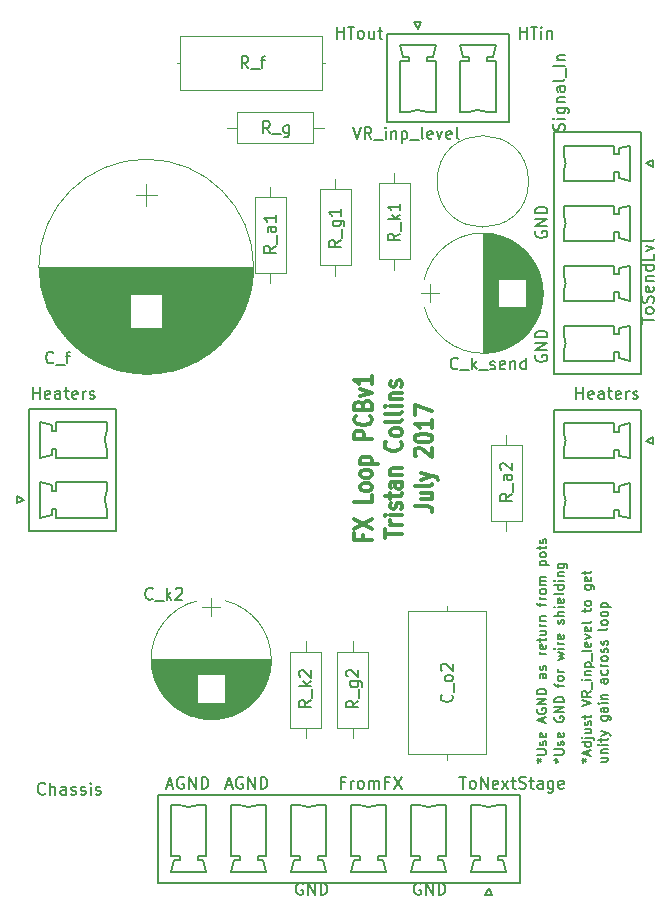
<source format=gbr>
%TF.GenerationSoftware,KiCad,Pcbnew,(5.1.5-0-10_14)*%
%TF.CreationDate,2020-09-13T21:23:24+01:00*%
%TF.ProjectId,EffectsPCB,45666665-6374-4735-9043-422e6b696361,rev?*%
%TF.SameCoordinates,Original*%
%TF.FileFunction,Legend,Top*%
%TF.FilePolarity,Positive*%
%FSLAX46Y46*%
G04 Gerber Fmt 4.6, Leading zero omitted, Abs format (unit mm)*
G04 Created by KiCad (PCBNEW (5.1.5-0-10_14)) date 2020-09-13 21:23:24*
%MOMM*%
%LPD*%
G04 APERTURE LIST*
%ADD10C,0.200000*%
%ADD11C,0.300000*%
%ADD12C,0.120000*%
%ADD13C,0.150000*%
G04 APERTURE END LIST*
D10*
X196976190Y-77452380D02*
X196642857Y-76976190D01*
X196404761Y-77452380D02*
X196404761Y-76452380D01*
X196785714Y-76452380D01*
X196880952Y-76500000D01*
X196928571Y-76547619D01*
X196976190Y-76642857D01*
X196976190Y-76785714D01*
X196928571Y-76880952D01*
X196880952Y-76928571D01*
X196785714Y-76976190D01*
X196404761Y-76976190D01*
X197166666Y-77547619D02*
X197928571Y-77547619D01*
X198595238Y-76785714D02*
X198595238Y-77595238D01*
X198547619Y-77690476D01*
X198500000Y-77738095D01*
X198404761Y-77785714D01*
X198261904Y-77785714D01*
X198166666Y-77738095D01*
X198595238Y-77404761D02*
X198500000Y-77452380D01*
X198309523Y-77452380D01*
X198214285Y-77404761D01*
X198166666Y-77357142D01*
X198119047Y-77261904D01*
X198119047Y-76976190D01*
X198166666Y-76880952D01*
X198214285Y-76833333D01*
X198309523Y-76785714D01*
X198500000Y-76785714D01*
X198595238Y-76833333D01*
X223361904Y-130565238D02*
X223552380Y-130565238D01*
X223476190Y-130755714D02*
X223552380Y-130565238D01*
X223476190Y-130374761D01*
X223704761Y-130679523D02*
X223552380Y-130565238D01*
X223704761Y-130450952D01*
X223933333Y-130108095D02*
X223933333Y-129727142D01*
X224161904Y-130184285D02*
X223361904Y-129917619D01*
X224161904Y-129650952D01*
X224161904Y-129041428D02*
X223361904Y-129041428D01*
X224123809Y-129041428D02*
X224161904Y-129117619D01*
X224161904Y-129270000D01*
X224123809Y-129346190D01*
X224085714Y-129384285D01*
X224009523Y-129422380D01*
X223780952Y-129422380D01*
X223704761Y-129384285D01*
X223666666Y-129346190D01*
X223628571Y-129270000D01*
X223628571Y-129117619D01*
X223666666Y-129041428D01*
X223628571Y-128660476D02*
X224314285Y-128660476D01*
X224390476Y-128698571D01*
X224428571Y-128774761D01*
X224428571Y-128812857D01*
X223361904Y-128660476D02*
X223400000Y-128698571D01*
X223438095Y-128660476D01*
X223400000Y-128622380D01*
X223361904Y-128660476D01*
X223438095Y-128660476D01*
X223628571Y-127936666D02*
X224161904Y-127936666D01*
X223628571Y-128279523D02*
X224047619Y-128279523D01*
X224123809Y-128241428D01*
X224161904Y-128165238D01*
X224161904Y-128050952D01*
X224123809Y-127974761D01*
X224085714Y-127936666D01*
X224123809Y-127593809D02*
X224161904Y-127517619D01*
X224161904Y-127365238D01*
X224123809Y-127289047D01*
X224047619Y-127250952D01*
X224009523Y-127250952D01*
X223933333Y-127289047D01*
X223895238Y-127365238D01*
X223895238Y-127479523D01*
X223857142Y-127555714D01*
X223780952Y-127593809D01*
X223742857Y-127593809D01*
X223666666Y-127555714D01*
X223628571Y-127479523D01*
X223628571Y-127365238D01*
X223666666Y-127289047D01*
X223628571Y-127022380D02*
X223628571Y-126717619D01*
X223361904Y-126908095D02*
X224047619Y-126908095D01*
X224123809Y-126870000D01*
X224161904Y-126793809D01*
X224161904Y-126717619D01*
X223361904Y-125955714D02*
X224161904Y-125689047D01*
X223361904Y-125422380D01*
X224161904Y-124698571D02*
X223780952Y-124965238D01*
X224161904Y-125155714D02*
X223361904Y-125155714D01*
X223361904Y-124850952D01*
X223400000Y-124774761D01*
X223438095Y-124736666D01*
X223514285Y-124698571D01*
X223628571Y-124698571D01*
X223704761Y-124736666D01*
X223742857Y-124774761D01*
X223780952Y-124850952D01*
X223780952Y-125155714D01*
X224238095Y-124546190D02*
X224238095Y-123936666D01*
X224161904Y-123746190D02*
X223628571Y-123746190D01*
X223361904Y-123746190D02*
X223400000Y-123784285D01*
X223438095Y-123746190D01*
X223400000Y-123708095D01*
X223361904Y-123746190D01*
X223438095Y-123746190D01*
X223628571Y-123365238D02*
X224161904Y-123365238D01*
X223704761Y-123365238D02*
X223666666Y-123327142D01*
X223628571Y-123250952D01*
X223628571Y-123136666D01*
X223666666Y-123060476D01*
X223742857Y-123022380D01*
X224161904Y-123022380D01*
X223628571Y-122641428D02*
X224428571Y-122641428D01*
X223666666Y-122641428D02*
X223628571Y-122565238D01*
X223628571Y-122412857D01*
X223666666Y-122336666D01*
X223704761Y-122298571D01*
X223780952Y-122260476D01*
X224009523Y-122260476D01*
X224085714Y-122298571D01*
X224123809Y-122336666D01*
X224161904Y-122412857D01*
X224161904Y-122565238D01*
X224123809Y-122641428D01*
X224238095Y-122108095D02*
X224238095Y-121498571D01*
X224161904Y-121193809D02*
X224123809Y-121270000D01*
X224047619Y-121308095D01*
X223361904Y-121308095D01*
X224123809Y-120584285D02*
X224161904Y-120660476D01*
X224161904Y-120812857D01*
X224123809Y-120889047D01*
X224047619Y-120927142D01*
X223742857Y-120927142D01*
X223666666Y-120889047D01*
X223628571Y-120812857D01*
X223628571Y-120660476D01*
X223666666Y-120584285D01*
X223742857Y-120546190D01*
X223819047Y-120546190D01*
X223895238Y-120927142D01*
X223628571Y-120279523D02*
X224161904Y-120089047D01*
X223628571Y-119898571D01*
X224123809Y-119289047D02*
X224161904Y-119365238D01*
X224161904Y-119517619D01*
X224123809Y-119593809D01*
X224047619Y-119631904D01*
X223742857Y-119631904D01*
X223666666Y-119593809D01*
X223628571Y-119517619D01*
X223628571Y-119365238D01*
X223666666Y-119289047D01*
X223742857Y-119250952D01*
X223819047Y-119250952D01*
X223895238Y-119631904D01*
X224161904Y-118793809D02*
X224123809Y-118870000D01*
X224047619Y-118908095D01*
X223361904Y-118908095D01*
X223628571Y-117993809D02*
X223628571Y-117689047D01*
X223361904Y-117879523D02*
X224047619Y-117879523D01*
X224123809Y-117841428D01*
X224161904Y-117765238D01*
X224161904Y-117689047D01*
X224161904Y-117308095D02*
X224123809Y-117384285D01*
X224085714Y-117422380D01*
X224009523Y-117460476D01*
X223780952Y-117460476D01*
X223704761Y-117422380D01*
X223666666Y-117384285D01*
X223628571Y-117308095D01*
X223628571Y-117193809D01*
X223666666Y-117117619D01*
X223704761Y-117079523D01*
X223780952Y-117041428D01*
X224009523Y-117041428D01*
X224085714Y-117079523D01*
X224123809Y-117117619D01*
X224161904Y-117193809D01*
X224161904Y-117308095D01*
X223628571Y-115746190D02*
X224276190Y-115746190D01*
X224352380Y-115784285D01*
X224390476Y-115822380D01*
X224428571Y-115898571D01*
X224428571Y-116012857D01*
X224390476Y-116089047D01*
X224123809Y-115746190D02*
X224161904Y-115822380D01*
X224161904Y-115974761D01*
X224123809Y-116050952D01*
X224085714Y-116089047D01*
X224009523Y-116127142D01*
X223780952Y-116127142D01*
X223704761Y-116089047D01*
X223666666Y-116050952D01*
X223628571Y-115974761D01*
X223628571Y-115822380D01*
X223666666Y-115746190D01*
X224123809Y-115060476D02*
X224161904Y-115136666D01*
X224161904Y-115289047D01*
X224123809Y-115365238D01*
X224047619Y-115403333D01*
X223742857Y-115403333D01*
X223666666Y-115365238D01*
X223628571Y-115289047D01*
X223628571Y-115136666D01*
X223666666Y-115060476D01*
X223742857Y-115022380D01*
X223819047Y-115022380D01*
X223895238Y-115403333D01*
X223628571Y-114793809D02*
X223628571Y-114489047D01*
X223361904Y-114679523D02*
X224047619Y-114679523D01*
X224123809Y-114641428D01*
X224161904Y-114565238D01*
X224161904Y-114489047D01*
X225028571Y-130336666D02*
X225561904Y-130336666D01*
X225028571Y-130679523D02*
X225447619Y-130679523D01*
X225523809Y-130641428D01*
X225561904Y-130565238D01*
X225561904Y-130450952D01*
X225523809Y-130374761D01*
X225485714Y-130336666D01*
X225028571Y-129955714D02*
X225561904Y-129955714D01*
X225104761Y-129955714D02*
X225066666Y-129917619D01*
X225028571Y-129841428D01*
X225028571Y-129727142D01*
X225066666Y-129650952D01*
X225142857Y-129612857D01*
X225561904Y-129612857D01*
X225561904Y-129231904D02*
X225028571Y-129231904D01*
X224761904Y-129231904D02*
X224800000Y-129270000D01*
X224838095Y-129231904D01*
X224800000Y-129193809D01*
X224761904Y-129231904D01*
X224838095Y-129231904D01*
X225028571Y-128965238D02*
X225028571Y-128660476D01*
X224761904Y-128850952D02*
X225447619Y-128850952D01*
X225523809Y-128812857D01*
X225561904Y-128736666D01*
X225561904Y-128660476D01*
X225028571Y-128470000D02*
X225561904Y-128279523D01*
X225028571Y-128089047D02*
X225561904Y-128279523D01*
X225752380Y-128355714D01*
X225790476Y-128393809D01*
X225828571Y-128470000D01*
X225028571Y-126831904D02*
X225676190Y-126831904D01*
X225752380Y-126870000D01*
X225790476Y-126908095D01*
X225828571Y-126984285D01*
X225828571Y-127098571D01*
X225790476Y-127174761D01*
X225523809Y-126831904D02*
X225561904Y-126908095D01*
X225561904Y-127060476D01*
X225523809Y-127136666D01*
X225485714Y-127174761D01*
X225409523Y-127212857D01*
X225180952Y-127212857D01*
X225104761Y-127174761D01*
X225066666Y-127136666D01*
X225028571Y-127060476D01*
X225028571Y-126908095D01*
X225066666Y-126831904D01*
X225561904Y-126108095D02*
X225142857Y-126108095D01*
X225066666Y-126146190D01*
X225028571Y-126222380D01*
X225028571Y-126374761D01*
X225066666Y-126450952D01*
X225523809Y-126108095D02*
X225561904Y-126184285D01*
X225561904Y-126374761D01*
X225523809Y-126450952D01*
X225447619Y-126489047D01*
X225371428Y-126489047D01*
X225295238Y-126450952D01*
X225257142Y-126374761D01*
X225257142Y-126184285D01*
X225219047Y-126108095D01*
X225561904Y-125727142D02*
X225028571Y-125727142D01*
X224761904Y-125727142D02*
X224800000Y-125765238D01*
X224838095Y-125727142D01*
X224800000Y-125689047D01*
X224761904Y-125727142D01*
X224838095Y-125727142D01*
X225028571Y-125346190D02*
X225561904Y-125346190D01*
X225104761Y-125346190D02*
X225066666Y-125308095D01*
X225028571Y-125231904D01*
X225028571Y-125117619D01*
X225066666Y-125041428D01*
X225142857Y-125003333D01*
X225561904Y-125003333D01*
X225561904Y-123670000D02*
X225142857Y-123670000D01*
X225066666Y-123708095D01*
X225028571Y-123784285D01*
X225028571Y-123936666D01*
X225066666Y-124012857D01*
X225523809Y-123670000D02*
X225561904Y-123746190D01*
X225561904Y-123936666D01*
X225523809Y-124012857D01*
X225447619Y-124050952D01*
X225371428Y-124050952D01*
X225295238Y-124012857D01*
X225257142Y-123936666D01*
X225257142Y-123746190D01*
X225219047Y-123670000D01*
X225523809Y-122946190D02*
X225561904Y-123022380D01*
X225561904Y-123174761D01*
X225523809Y-123250952D01*
X225485714Y-123289047D01*
X225409523Y-123327142D01*
X225180952Y-123327142D01*
X225104761Y-123289047D01*
X225066666Y-123250952D01*
X225028571Y-123174761D01*
X225028571Y-123022380D01*
X225066666Y-122946190D01*
X225561904Y-122603333D02*
X225028571Y-122603333D01*
X225180952Y-122603333D02*
X225104761Y-122565238D01*
X225066666Y-122527142D01*
X225028571Y-122450952D01*
X225028571Y-122374761D01*
X225561904Y-121993809D02*
X225523809Y-122070000D01*
X225485714Y-122108095D01*
X225409523Y-122146190D01*
X225180952Y-122146190D01*
X225104761Y-122108095D01*
X225066666Y-122070000D01*
X225028571Y-121993809D01*
X225028571Y-121879523D01*
X225066666Y-121803333D01*
X225104761Y-121765238D01*
X225180952Y-121727142D01*
X225409523Y-121727142D01*
X225485714Y-121765238D01*
X225523809Y-121803333D01*
X225561904Y-121879523D01*
X225561904Y-121993809D01*
X225523809Y-121422380D02*
X225561904Y-121346190D01*
X225561904Y-121193809D01*
X225523809Y-121117619D01*
X225447619Y-121079523D01*
X225409523Y-121079523D01*
X225333333Y-121117619D01*
X225295238Y-121193809D01*
X225295238Y-121308095D01*
X225257142Y-121384285D01*
X225180952Y-121422380D01*
X225142857Y-121422380D01*
X225066666Y-121384285D01*
X225028571Y-121308095D01*
X225028571Y-121193809D01*
X225066666Y-121117619D01*
X225523809Y-120774761D02*
X225561904Y-120698571D01*
X225561904Y-120546190D01*
X225523809Y-120470000D01*
X225447619Y-120431904D01*
X225409523Y-120431904D01*
X225333333Y-120470000D01*
X225295238Y-120546190D01*
X225295238Y-120660476D01*
X225257142Y-120736666D01*
X225180952Y-120774761D01*
X225142857Y-120774761D01*
X225066666Y-120736666D01*
X225028571Y-120660476D01*
X225028571Y-120546190D01*
X225066666Y-120470000D01*
X225561904Y-119365238D02*
X225523809Y-119441428D01*
X225447619Y-119479523D01*
X224761904Y-119479523D01*
X225561904Y-118946190D02*
X225523809Y-119022380D01*
X225485714Y-119060476D01*
X225409523Y-119098571D01*
X225180952Y-119098571D01*
X225104761Y-119060476D01*
X225066666Y-119022380D01*
X225028571Y-118946190D01*
X225028571Y-118831904D01*
X225066666Y-118755714D01*
X225104761Y-118717619D01*
X225180952Y-118679523D01*
X225409523Y-118679523D01*
X225485714Y-118717619D01*
X225523809Y-118755714D01*
X225561904Y-118831904D01*
X225561904Y-118946190D01*
X225561904Y-118222380D02*
X225523809Y-118298571D01*
X225485714Y-118336666D01*
X225409523Y-118374761D01*
X225180952Y-118374761D01*
X225104761Y-118336666D01*
X225066666Y-118298571D01*
X225028571Y-118222380D01*
X225028571Y-118108095D01*
X225066666Y-118031904D01*
X225104761Y-117993809D01*
X225180952Y-117955714D01*
X225409523Y-117955714D01*
X225485714Y-117993809D01*
X225523809Y-118031904D01*
X225561904Y-118108095D01*
X225561904Y-118222380D01*
X225028571Y-117612857D02*
X225828571Y-117612857D01*
X225066666Y-117612857D02*
X225028571Y-117536666D01*
X225028571Y-117384285D01*
X225066666Y-117308095D01*
X225104761Y-117270000D01*
X225180952Y-117231904D01*
X225409523Y-117231904D01*
X225485714Y-117270000D01*
X225523809Y-117308095D01*
X225561904Y-117384285D01*
X225561904Y-117536666D01*
X225523809Y-117612857D01*
X197452380Y-87000000D02*
X196976190Y-87333333D01*
X197452380Y-87571428D02*
X196452380Y-87571428D01*
X196452380Y-87190476D01*
X196500000Y-87095238D01*
X196547619Y-87047619D01*
X196642857Y-87000000D01*
X196785714Y-87000000D01*
X196880952Y-87047619D01*
X196928571Y-87095238D01*
X196976190Y-87190476D01*
X196976190Y-87571428D01*
X197547619Y-86809523D02*
X197547619Y-86047619D01*
X197452380Y-85380952D02*
X196928571Y-85380952D01*
X196833333Y-85428571D01*
X196785714Y-85523809D01*
X196785714Y-85714285D01*
X196833333Y-85809523D01*
X197404761Y-85380952D02*
X197452380Y-85476190D01*
X197452380Y-85714285D01*
X197404761Y-85809523D01*
X197309523Y-85857142D01*
X197214285Y-85857142D01*
X197119047Y-85809523D01*
X197071428Y-85714285D01*
X197071428Y-85476190D01*
X197023809Y-85380952D01*
X197452380Y-84380952D02*
X197452380Y-84952380D01*
X197452380Y-84666666D02*
X196452380Y-84666666D01*
X196595238Y-84761904D01*
X196690476Y-84857142D01*
X196738095Y-84952380D01*
X207952380Y-85952380D02*
X207476190Y-86285714D01*
X207952380Y-86523809D02*
X206952380Y-86523809D01*
X206952380Y-86142857D01*
X207000000Y-86047619D01*
X207047619Y-86000000D01*
X207142857Y-85952380D01*
X207285714Y-85952380D01*
X207380952Y-86000000D01*
X207428571Y-86047619D01*
X207476190Y-86142857D01*
X207476190Y-86523809D01*
X208047619Y-85761904D02*
X208047619Y-85000000D01*
X207952380Y-84761904D02*
X206952380Y-84761904D01*
X207571428Y-84666666D02*
X207952380Y-84380952D01*
X207285714Y-84380952D02*
X207666666Y-84761904D01*
X207952380Y-83428571D02*
X207952380Y-84000000D01*
X207952380Y-83714285D02*
X206952380Y-83714285D01*
X207095238Y-83809523D01*
X207190476Y-83904761D01*
X207238095Y-84000000D01*
X213023809Y-131952380D02*
X213595238Y-131952380D01*
X213309523Y-132952380D02*
X213309523Y-131952380D01*
X214071428Y-132952380D02*
X213976190Y-132904761D01*
X213928571Y-132857142D01*
X213880952Y-132761904D01*
X213880952Y-132476190D01*
X213928571Y-132380952D01*
X213976190Y-132333333D01*
X214071428Y-132285714D01*
X214214285Y-132285714D01*
X214309523Y-132333333D01*
X214357142Y-132380952D01*
X214404761Y-132476190D01*
X214404761Y-132761904D01*
X214357142Y-132857142D01*
X214309523Y-132904761D01*
X214214285Y-132952380D01*
X214071428Y-132952380D01*
X214833333Y-132952380D02*
X214833333Y-131952380D01*
X215404761Y-132952380D01*
X215404761Y-131952380D01*
X216261904Y-132904761D02*
X216166666Y-132952380D01*
X215976190Y-132952380D01*
X215880952Y-132904761D01*
X215833333Y-132809523D01*
X215833333Y-132428571D01*
X215880952Y-132333333D01*
X215976190Y-132285714D01*
X216166666Y-132285714D01*
X216261904Y-132333333D01*
X216309523Y-132428571D01*
X216309523Y-132523809D01*
X215833333Y-132619047D01*
X216642857Y-132952380D02*
X217166666Y-132285714D01*
X216642857Y-132285714D02*
X217166666Y-132952380D01*
X217404761Y-132285714D02*
X217785714Y-132285714D01*
X217547619Y-131952380D02*
X217547619Y-132809523D01*
X217595238Y-132904761D01*
X217690476Y-132952380D01*
X217785714Y-132952380D01*
X218071428Y-132904761D02*
X218214285Y-132952380D01*
X218452380Y-132952380D01*
X218547619Y-132904761D01*
X218595238Y-132857142D01*
X218642857Y-132761904D01*
X218642857Y-132666666D01*
X218595238Y-132571428D01*
X218547619Y-132523809D01*
X218452380Y-132476190D01*
X218261904Y-132428571D01*
X218166666Y-132380952D01*
X218119047Y-132333333D01*
X218071428Y-132238095D01*
X218071428Y-132142857D01*
X218119047Y-132047619D01*
X218166666Y-132000000D01*
X218261904Y-131952380D01*
X218500000Y-131952380D01*
X218642857Y-132000000D01*
X218928571Y-132285714D02*
X219309523Y-132285714D01*
X219071428Y-131952380D02*
X219071428Y-132809523D01*
X219119047Y-132904761D01*
X219214285Y-132952380D01*
X219309523Y-132952380D01*
X220071428Y-132952380D02*
X220071428Y-132428571D01*
X220023809Y-132333333D01*
X219928571Y-132285714D01*
X219738095Y-132285714D01*
X219642857Y-132333333D01*
X220071428Y-132904761D02*
X219976190Y-132952380D01*
X219738095Y-132952380D01*
X219642857Y-132904761D01*
X219595238Y-132809523D01*
X219595238Y-132714285D01*
X219642857Y-132619047D01*
X219738095Y-132571428D01*
X219976190Y-132571428D01*
X220071428Y-132523809D01*
X220976190Y-132285714D02*
X220976190Y-133095238D01*
X220928571Y-133190476D01*
X220880952Y-133238095D01*
X220785714Y-133285714D01*
X220642857Y-133285714D01*
X220547619Y-133238095D01*
X220976190Y-132904761D02*
X220880952Y-132952380D01*
X220690476Y-132952380D01*
X220595238Y-132904761D01*
X220547619Y-132857142D01*
X220500000Y-132761904D01*
X220500000Y-132476190D01*
X220547619Y-132380952D01*
X220595238Y-132333333D01*
X220690476Y-132285714D01*
X220880952Y-132285714D01*
X220976190Y-132333333D01*
X221833333Y-132904761D02*
X221738095Y-132952380D01*
X221547619Y-132952380D01*
X221452380Y-132904761D01*
X221404761Y-132809523D01*
X221404761Y-132428571D01*
X221452380Y-132333333D01*
X221547619Y-132285714D01*
X221738095Y-132285714D01*
X221833333Y-132333333D01*
X221880952Y-132428571D01*
X221880952Y-132523809D01*
X221404761Y-132619047D01*
X209738095Y-141000000D02*
X209642857Y-140952380D01*
X209500000Y-140952380D01*
X209357142Y-141000000D01*
X209261904Y-141095238D01*
X209214285Y-141190476D01*
X209166666Y-141380952D01*
X209166666Y-141523809D01*
X209214285Y-141714285D01*
X209261904Y-141809523D01*
X209357142Y-141904761D01*
X209500000Y-141952380D01*
X209595238Y-141952380D01*
X209738095Y-141904761D01*
X209785714Y-141857142D01*
X209785714Y-141523809D01*
X209595238Y-141523809D01*
X210214285Y-141952380D02*
X210214285Y-140952380D01*
X210785714Y-141952380D01*
X210785714Y-140952380D01*
X211261904Y-141952380D02*
X211261904Y-140952380D01*
X211500000Y-140952380D01*
X211642857Y-141000000D01*
X211738095Y-141095238D01*
X211785714Y-141190476D01*
X211833333Y-141380952D01*
X211833333Y-141523809D01*
X211785714Y-141714285D01*
X211738095Y-141809523D01*
X211642857Y-141904761D01*
X211500000Y-141952380D01*
X211261904Y-141952380D01*
X203309523Y-132428571D02*
X202976190Y-132428571D01*
X202976190Y-132952380D02*
X202976190Y-131952380D01*
X203452380Y-131952380D01*
X203833333Y-132952380D02*
X203833333Y-132285714D01*
X203833333Y-132476190D02*
X203880952Y-132380952D01*
X203928571Y-132333333D01*
X204023809Y-132285714D01*
X204119047Y-132285714D01*
X204595238Y-132952380D02*
X204500000Y-132904761D01*
X204452380Y-132857142D01*
X204404761Y-132761904D01*
X204404761Y-132476190D01*
X204452380Y-132380952D01*
X204500000Y-132333333D01*
X204595238Y-132285714D01*
X204738095Y-132285714D01*
X204833333Y-132333333D01*
X204880952Y-132380952D01*
X204928571Y-132476190D01*
X204928571Y-132761904D01*
X204880952Y-132857142D01*
X204833333Y-132904761D01*
X204738095Y-132952380D01*
X204595238Y-132952380D01*
X205357142Y-132952380D02*
X205357142Y-132285714D01*
X205357142Y-132380952D02*
X205404761Y-132333333D01*
X205500000Y-132285714D01*
X205642857Y-132285714D01*
X205738095Y-132333333D01*
X205785714Y-132428571D01*
X205785714Y-132952380D01*
X205785714Y-132428571D02*
X205833333Y-132333333D01*
X205928571Y-132285714D01*
X206071428Y-132285714D01*
X206166666Y-132333333D01*
X206214285Y-132428571D01*
X206214285Y-132952380D01*
X207023809Y-132428571D02*
X206690476Y-132428571D01*
X206690476Y-132952380D02*
X206690476Y-131952380D01*
X207166666Y-131952380D01*
X207452380Y-131952380D02*
X208119047Y-132952380D01*
X208119047Y-131952380D02*
X207452380Y-132952380D01*
X193238095Y-132666666D02*
X193714285Y-132666666D01*
X193142857Y-132952380D02*
X193476190Y-131952380D01*
X193809523Y-132952380D01*
X194666666Y-132000000D02*
X194571428Y-131952380D01*
X194428571Y-131952380D01*
X194285714Y-132000000D01*
X194190476Y-132095238D01*
X194142857Y-132190476D01*
X194095238Y-132380952D01*
X194095238Y-132523809D01*
X194142857Y-132714285D01*
X194190476Y-132809523D01*
X194285714Y-132904761D01*
X194428571Y-132952380D01*
X194523809Y-132952380D01*
X194666666Y-132904761D01*
X194714285Y-132857142D01*
X194714285Y-132523809D01*
X194523809Y-132523809D01*
X195142857Y-132952380D02*
X195142857Y-131952380D01*
X195714285Y-132952380D01*
X195714285Y-131952380D01*
X196190476Y-132952380D02*
X196190476Y-131952380D01*
X196428571Y-131952380D01*
X196571428Y-132000000D01*
X196666666Y-132095238D01*
X196714285Y-132190476D01*
X196761904Y-132380952D01*
X196761904Y-132523809D01*
X196714285Y-132714285D01*
X196666666Y-132809523D01*
X196571428Y-132904761D01*
X196428571Y-132952380D01*
X196190476Y-132952380D01*
X219500000Y-96261904D02*
X219452380Y-96357142D01*
X219452380Y-96500000D01*
X219500000Y-96642857D01*
X219595238Y-96738095D01*
X219690476Y-96785714D01*
X219880952Y-96833333D01*
X220023809Y-96833333D01*
X220214285Y-96785714D01*
X220309523Y-96738095D01*
X220404761Y-96642857D01*
X220452380Y-96500000D01*
X220452380Y-96404761D01*
X220404761Y-96261904D01*
X220357142Y-96214285D01*
X220023809Y-96214285D01*
X220023809Y-96404761D01*
X220452380Y-95785714D02*
X219452380Y-95785714D01*
X220452380Y-95214285D01*
X219452380Y-95214285D01*
X220452380Y-94738095D02*
X219452380Y-94738095D01*
X219452380Y-94500000D01*
X219500000Y-94357142D01*
X219595238Y-94261904D01*
X219690476Y-94214285D01*
X219880952Y-94166666D01*
X220023809Y-94166666D01*
X220214285Y-94214285D01*
X220309523Y-94261904D01*
X220404761Y-94357142D01*
X220452380Y-94500000D01*
X220452380Y-94738095D01*
X228452380Y-93595238D02*
X228452380Y-93023809D01*
X229452380Y-93309523D02*
X228452380Y-93309523D01*
X229452380Y-92547619D02*
X229404761Y-92642857D01*
X229357142Y-92690476D01*
X229261904Y-92738095D01*
X228976190Y-92738095D01*
X228880952Y-92690476D01*
X228833333Y-92642857D01*
X228785714Y-92547619D01*
X228785714Y-92404761D01*
X228833333Y-92309523D01*
X228880952Y-92261904D01*
X228976190Y-92214285D01*
X229261904Y-92214285D01*
X229357142Y-92261904D01*
X229404761Y-92309523D01*
X229452380Y-92404761D01*
X229452380Y-92547619D01*
X229404761Y-91833333D02*
X229452380Y-91690476D01*
X229452380Y-91452380D01*
X229404761Y-91357142D01*
X229357142Y-91309523D01*
X229261904Y-91261904D01*
X229166666Y-91261904D01*
X229071428Y-91309523D01*
X229023809Y-91357142D01*
X228976190Y-91452380D01*
X228928571Y-91642857D01*
X228880952Y-91738095D01*
X228833333Y-91785714D01*
X228738095Y-91833333D01*
X228642857Y-91833333D01*
X228547619Y-91785714D01*
X228500000Y-91738095D01*
X228452380Y-91642857D01*
X228452380Y-91404761D01*
X228500000Y-91261904D01*
X229404761Y-90452380D02*
X229452380Y-90547619D01*
X229452380Y-90738095D01*
X229404761Y-90833333D01*
X229309523Y-90880952D01*
X228928571Y-90880952D01*
X228833333Y-90833333D01*
X228785714Y-90738095D01*
X228785714Y-90547619D01*
X228833333Y-90452380D01*
X228928571Y-90404761D01*
X229023809Y-90404761D01*
X229119047Y-90880952D01*
X228785714Y-89976190D02*
X229452380Y-89976190D01*
X228880952Y-89976190D02*
X228833333Y-89928571D01*
X228785714Y-89833333D01*
X228785714Y-89690476D01*
X228833333Y-89595238D01*
X228928571Y-89547619D01*
X229452380Y-89547619D01*
X229452380Y-88642857D02*
X228452380Y-88642857D01*
X229404761Y-88642857D02*
X229452380Y-88738095D01*
X229452380Y-88928571D01*
X229404761Y-89023809D01*
X229357142Y-89071428D01*
X229261904Y-89119047D01*
X228976190Y-89119047D01*
X228880952Y-89071428D01*
X228833333Y-89023809D01*
X228785714Y-88928571D01*
X228785714Y-88738095D01*
X228833333Y-88642857D01*
X229452380Y-87690476D02*
X229452380Y-88166666D01*
X228452380Y-88166666D01*
X228785714Y-87452380D02*
X229452380Y-87214285D01*
X228785714Y-86976190D01*
X229452380Y-86452380D02*
X229404761Y-86547619D01*
X229309523Y-86595238D01*
X228452380Y-86595238D01*
X219500000Y-85761904D02*
X219452380Y-85857142D01*
X219452380Y-86000000D01*
X219500000Y-86142857D01*
X219595238Y-86238095D01*
X219690476Y-86285714D01*
X219880952Y-86333333D01*
X220023809Y-86333333D01*
X220214285Y-86285714D01*
X220309523Y-86238095D01*
X220404761Y-86142857D01*
X220452380Y-86000000D01*
X220452380Y-85904761D01*
X220404761Y-85761904D01*
X220357142Y-85714285D01*
X220023809Y-85714285D01*
X220023809Y-85904761D01*
X220452380Y-85285714D02*
X219452380Y-85285714D01*
X220452380Y-84714285D01*
X219452380Y-84714285D01*
X220452380Y-84238095D02*
X219452380Y-84238095D01*
X219452380Y-84000000D01*
X219500000Y-83857142D01*
X219595238Y-83761904D01*
X219690476Y-83714285D01*
X219880952Y-83666666D01*
X220023809Y-83666666D01*
X220214285Y-83714285D01*
X220309523Y-83761904D01*
X220404761Y-83857142D01*
X220452380Y-84000000D01*
X220452380Y-84238095D01*
X219561904Y-130565238D02*
X219752380Y-130565238D01*
X219676190Y-130755714D02*
X219752380Y-130565238D01*
X219676190Y-130374761D01*
X219904761Y-130679523D02*
X219752380Y-130565238D01*
X219904761Y-130450952D01*
X219561904Y-130070000D02*
X220209523Y-130070000D01*
X220285714Y-130031904D01*
X220323809Y-129993809D01*
X220361904Y-129917619D01*
X220361904Y-129765238D01*
X220323809Y-129689047D01*
X220285714Y-129650952D01*
X220209523Y-129612857D01*
X219561904Y-129612857D01*
X220323809Y-129270000D02*
X220361904Y-129193809D01*
X220361904Y-129041428D01*
X220323809Y-128965238D01*
X220247619Y-128927142D01*
X220209523Y-128927142D01*
X220133333Y-128965238D01*
X220095238Y-129041428D01*
X220095238Y-129155714D01*
X220057142Y-129231904D01*
X219980952Y-129270000D01*
X219942857Y-129270000D01*
X219866666Y-129231904D01*
X219828571Y-129155714D01*
X219828571Y-129041428D01*
X219866666Y-128965238D01*
X220323809Y-128279523D02*
X220361904Y-128355714D01*
X220361904Y-128508095D01*
X220323809Y-128584285D01*
X220247619Y-128622380D01*
X219942857Y-128622380D01*
X219866666Y-128584285D01*
X219828571Y-128508095D01*
X219828571Y-128355714D01*
X219866666Y-128279523D01*
X219942857Y-128241428D01*
X220019047Y-128241428D01*
X220095238Y-128622380D01*
X220133333Y-127327142D02*
X220133333Y-126946190D01*
X220361904Y-127403333D02*
X219561904Y-127136666D01*
X220361904Y-126870000D01*
X219600000Y-126184285D02*
X219561904Y-126260476D01*
X219561904Y-126374761D01*
X219600000Y-126489047D01*
X219676190Y-126565238D01*
X219752380Y-126603333D01*
X219904761Y-126641428D01*
X220019047Y-126641428D01*
X220171428Y-126603333D01*
X220247619Y-126565238D01*
X220323809Y-126489047D01*
X220361904Y-126374761D01*
X220361904Y-126298571D01*
X220323809Y-126184285D01*
X220285714Y-126146190D01*
X220019047Y-126146190D01*
X220019047Y-126298571D01*
X220361904Y-125803333D02*
X219561904Y-125803333D01*
X220361904Y-125346190D01*
X219561904Y-125346190D01*
X220361904Y-124965238D02*
X219561904Y-124965238D01*
X219561904Y-124774761D01*
X219600000Y-124660476D01*
X219676190Y-124584285D01*
X219752380Y-124546190D01*
X219904761Y-124508095D01*
X220019047Y-124508095D01*
X220171428Y-124546190D01*
X220247619Y-124584285D01*
X220323809Y-124660476D01*
X220361904Y-124774761D01*
X220361904Y-124965238D01*
X220361904Y-123212857D02*
X219942857Y-123212857D01*
X219866666Y-123250952D01*
X219828571Y-123327142D01*
X219828571Y-123479523D01*
X219866666Y-123555714D01*
X220323809Y-123212857D02*
X220361904Y-123289047D01*
X220361904Y-123479523D01*
X220323809Y-123555714D01*
X220247619Y-123593809D01*
X220171428Y-123593809D01*
X220095238Y-123555714D01*
X220057142Y-123479523D01*
X220057142Y-123289047D01*
X220019047Y-123212857D01*
X220323809Y-122870000D02*
X220361904Y-122793809D01*
X220361904Y-122641428D01*
X220323809Y-122565238D01*
X220247619Y-122527142D01*
X220209523Y-122527142D01*
X220133333Y-122565238D01*
X220095238Y-122641428D01*
X220095238Y-122755714D01*
X220057142Y-122831904D01*
X219980952Y-122870000D01*
X219942857Y-122870000D01*
X219866666Y-122831904D01*
X219828571Y-122755714D01*
X219828571Y-122641428D01*
X219866666Y-122565238D01*
X220361904Y-121574761D02*
X219828571Y-121574761D01*
X219980952Y-121574761D02*
X219904761Y-121536666D01*
X219866666Y-121498571D01*
X219828571Y-121422380D01*
X219828571Y-121346190D01*
X220323809Y-120774761D02*
X220361904Y-120850952D01*
X220361904Y-121003333D01*
X220323809Y-121079523D01*
X220247619Y-121117619D01*
X219942857Y-121117619D01*
X219866666Y-121079523D01*
X219828571Y-121003333D01*
X219828571Y-120850952D01*
X219866666Y-120774761D01*
X219942857Y-120736666D01*
X220019047Y-120736666D01*
X220095238Y-121117619D01*
X219828571Y-120508095D02*
X219828571Y-120203333D01*
X219561904Y-120393809D02*
X220247619Y-120393809D01*
X220323809Y-120355714D01*
X220361904Y-120279523D01*
X220361904Y-120203333D01*
X219828571Y-119593809D02*
X220361904Y-119593809D01*
X219828571Y-119936666D02*
X220247619Y-119936666D01*
X220323809Y-119898571D01*
X220361904Y-119822380D01*
X220361904Y-119708095D01*
X220323809Y-119631904D01*
X220285714Y-119593809D01*
X220361904Y-119212857D02*
X219828571Y-119212857D01*
X219980952Y-119212857D02*
X219904761Y-119174761D01*
X219866666Y-119136666D01*
X219828571Y-119060476D01*
X219828571Y-118984285D01*
X219828571Y-118717619D02*
X220361904Y-118717619D01*
X219904761Y-118717619D02*
X219866666Y-118679523D01*
X219828571Y-118603333D01*
X219828571Y-118489047D01*
X219866666Y-118412857D01*
X219942857Y-118374761D01*
X220361904Y-118374761D01*
X219828571Y-117498571D02*
X219828571Y-117193809D01*
X220361904Y-117384285D02*
X219676190Y-117384285D01*
X219600000Y-117346190D01*
X219561904Y-117270000D01*
X219561904Y-117193809D01*
X220361904Y-116927142D02*
X219828571Y-116927142D01*
X219980952Y-116927142D02*
X219904761Y-116889047D01*
X219866666Y-116850952D01*
X219828571Y-116774761D01*
X219828571Y-116698571D01*
X220361904Y-116317619D02*
X220323809Y-116393809D01*
X220285714Y-116431904D01*
X220209523Y-116470000D01*
X219980952Y-116470000D01*
X219904761Y-116431904D01*
X219866666Y-116393809D01*
X219828571Y-116317619D01*
X219828571Y-116203333D01*
X219866666Y-116127142D01*
X219904761Y-116089047D01*
X219980952Y-116050952D01*
X220209523Y-116050952D01*
X220285714Y-116089047D01*
X220323809Y-116127142D01*
X220361904Y-116203333D01*
X220361904Y-116317619D01*
X220361904Y-115708095D02*
X219828571Y-115708095D01*
X219904761Y-115708095D02*
X219866666Y-115670000D01*
X219828571Y-115593809D01*
X219828571Y-115479523D01*
X219866666Y-115403333D01*
X219942857Y-115365238D01*
X220361904Y-115365238D01*
X219942857Y-115365238D02*
X219866666Y-115327142D01*
X219828571Y-115250952D01*
X219828571Y-115136666D01*
X219866666Y-115060476D01*
X219942857Y-115022380D01*
X220361904Y-115022380D01*
X219828571Y-114031904D02*
X220628571Y-114031904D01*
X219866666Y-114031904D02*
X219828571Y-113955714D01*
X219828571Y-113803333D01*
X219866666Y-113727142D01*
X219904761Y-113689047D01*
X219980952Y-113650952D01*
X220209523Y-113650952D01*
X220285714Y-113689047D01*
X220323809Y-113727142D01*
X220361904Y-113803333D01*
X220361904Y-113955714D01*
X220323809Y-114031904D01*
X220361904Y-113193809D02*
X220323809Y-113270000D01*
X220285714Y-113308095D01*
X220209523Y-113346190D01*
X219980952Y-113346190D01*
X219904761Y-113308095D01*
X219866666Y-113270000D01*
X219828571Y-113193809D01*
X219828571Y-113079523D01*
X219866666Y-113003333D01*
X219904761Y-112965238D01*
X219980952Y-112927142D01*
X220209523Y-112927142D01*
X220285714Y-112965238D01*
X220323809Y-113003333D01*
X220361904Y-113079523D01*
X220361904Y-113193809D01*
X219828571Y-112698571D02*
X219828571Y-112393809D01*
X219561904Y-112584285D02*
X220247619Y-112584285D01*
X220323809Y-112546190D01*
X220361904Y-112470000D01*
X220361904Y-112393809D01*
X220323809Y-112165238D02*
X220361904Y-112089047D01*
X220361904Y-111936666D01*
X220323809Y-111860476D01*
X220247619Y-111822380D01*
X220209523Y-111822380D01*
X220133333Y-111860476D01*
X220095238Y-111936666D01*
X220095238Y-112050952D01*
X220057142Y-112127142D01*
X219980952Y-112165238D01*
X219942857Y-112165238D01*
X219866666Y-112127142D01*
X219828571Y-112050952D01*
X219828571Y-111936666D01*
X219866666Y-111860476D01*
X218142857Y-69452380D02*
X218142857Y-68452380D01*
X218142857Y-68928571D02*
X218714285Y-68928571D01*
X218714285Y-69452380D02*
X218714285Y-68452380D01*
X219047619Y-68452380D02*
X219619047Y-68452380D01*
X219333333Y-69452380D02*
X219333333Y-68452380D01*
X219952380Y-69452380D02*
X219952380Y-68785714D01*
X219952380Y-68452380D02*
X219904761Y-68500000D01*
X219952380Y-68547619D01*
X220000000Y-68500000D01*
X219952380Y-68452380D01*
X219952380Y-68547619D01*
X220428571Y-68785714D02*
X220428571Y-69452380D01*
X220428571Y-68880952D02*
X220476190Y-68833333D01*
X220571428Y-68785714D01*
X220714285Y-68785714D01*
X220809523Y-68833333D01*
X220857142Y-68928571D01*
X220857142Y-69452380D01*
X221061904Y-130565238D02*
X221252380Y-130565238D01*
X221176190Y-130755714D02*
X221252380Y-130565238D01*
X221176190Y-130374761D01*
X221404761Y-130679523D02*
X221252380Y-130565238D01*
X221404761Y-130450952D01*
X221061904Y-130070000D02*
X221709523Y-130070000D01*
X221785714Y-130031904D01*
X221823809Y-129993809D01*
X221861904Y-129917619D01*
X221861904Y-129765238D01*
X221823809Y-129689047D01*
X221785714Y-129650952D01*
X221709523Y-129612857D01*
X221061904Y-129612857D01*
X221823809Y-129270000D02*
X221861904Y-129193809D01*
X221861904Y-129041428D01*
X221823809Y-128965238D01*
X221747619Y-128927142D01*
X221709523Y-128927142D01*
X221633333Y-128965238D01*
X221595238Y-129041428D01*
X221595238Y-129155714D01*
X221557142Y-129231904D01*
X221480952Y-129270000D01*
X221442857Y-129270000D01*
X221366666Y-129231904D01*
X221328571Y-129155714D01*
X221328571Y-129041428D01*
X221366666Y-128965238D01*
X221823809Y-128279523D02*
X221861904Y-128355714D01*
X221861904Y-128508095D01*
X221823809Y-128584285D01*
X221747619Y-128622380D01*
X221442857Y-128622380D01*
X221366666Y-128584285D01*
X221328571Y-128508095D01*
X221328571Y-128355714D01*
X221366666Y-128279523D01*
X221442857Y-128241428D01*
X221519047Y-128241428D01*
X221595238Y-128622380D01*
X221100000Y-126870000D02*
X221061904Y-126946190D01*
X221061904Y-127060476D01*
X221100000Y-127174761D01*
X221176190Y-127250952D01*
X221252380Y-127289047D01*
X221404761Y-127327142D01*
X221519047Y-127327142D01*
X221671428Y-127289047D01*
X221747619Y-127250952D01*
X221823809Y-127174761D01*
X221861904Y-127060476D01*
X221861904Y-126984285D01*
X221823809Y-126870000D01*
X221785714Y-126831904D01*
X221519047Y-126831904D01*
X221519047Y-126984285D01*
X221861904Y-126489047D02*
X221061904Y-126489047D01*
X221861904Y-126031904D01*
X221061904Y-126031904D01*
X221861904Y-125650952D02*
X221061904Y-125650952D01*
X221061904Y-125460476D01*
X221100000Y-125346190D01*
X221176190Y-125270000D01*
X221252380Y-125231904D01*
X221404761Y-125193809D01*
X221519047Y-125193809D01*
X221671428Y-125231904D01*
X221747619Y-125270000D01*
X221823809Y-125346190D01*
X221861904Y-125460476D01*
X221861904Y-125650952D01*
X221328571Y-124355714D02*
X221328571Y-124050952D01*
X221861904Y-124241428D02*
X221176190Y-124241428D01*
X221100000Y-124203333D01*
X221061904Y-124127142D01*
X221061904Y-124050952D01*
X221861904Y-123670000D02*
X221823809Y-123746190D01*
X221785714Y-123784285D01*
X221709523Y-123822380D01*
X221480952Y-123822380D01*
X221404761Y-123784285D01*
X221366666Y-123746190D01*
X221328571Y-123670000D01*
X221328571Y-123555714D01*
X221366666Y-123479523D01*
X221404761Y-123441428D01*
X221480952Y-123403333D01*
X221709523Y-123403333D01*
X221785714Y-123441428D01*
X221823809Y-123479523D01*
X221861904Y-123555714D01*
X221861904Y-123670000D01*
X221861904Y-123060476D02*
X221328571Y-123060476D01*
X221480952Y-123060476D02*
X221404761Y-123022380D01*
X221366666Y-122984285D01*
X221328571Y-122908095D01*
X221328571Y-122831904D01*
X221328571Y-122031904D02*
X221861904Y-121879523D01*
X221480952Y-121727142D01*
X221861904Y-121574761D01*
X221328571Y-121422380D01*
X221861904Y-121117619D02*
X221328571Y-121117619D01*
X221061904Y-121117619D02*
X221100000Y-121155714D01*
X221138095Y-121117619D01*
X221100000Y-121079523D01*
X221061904Y-121117619D01*
X221138095Y-121117619D01*
X221861904Y-120736666D02*
X221328571Y-120736666D01*
X221480952Y-120736666D02*
X221404761Y-120698571D01*
X221366666Y-120660476D01*
X221328571Y-120584285D01*
X221328571Y-120508095D01*
X221823809Y-119936666D02*
X221861904Y-120012857D01*
X221861904Y-120165238D01*
X221823809Y-120241428D01*
X221747619Y-120279523D01*
X221442857Y-120279523D01*
X221366666Y-120241428D01*
X221328571Y-120165238D01*
X221328571Y-120012857D01*
X221366666Y-119936666D01*
X221442857Y-119898571D01*
X221519047Y-119898571D01*
X221595238Y-120279523D01*
X221823809Y-118984285D02*
X221861904Y-118908095D01*
X221861904Y-118755714D01*
X221823809Y-118679523D01*
X221747619Y-118641428D01*
X221709523Y-118641428D01*
X221633333Y-118679523D01*
X221595238Y-118755714D01*
X221595238Y-118870000D01*
X221557142Y-118946190D01*
X221480952Y-118984285D01*
X221442857Y-118984285D01*
X221366666Y-118946190D01*
X221328571Y-118870000D01*
X221328571Y-118755714D01*
X221366666Y-118679523D01*
X221861904Y-118298571D02*
X221061904Y-118298571D01*
X221861904Y-117955714D02*
X221442857Y-117955714D01*
X221366666Y-117993809D01*
X221328571Y-118070000D01*
X221328571Y-118184285D01*
X221366666Y-118260476D01*
X221404761Y-118298571D01*
X221861904Y-117574761D02*
X221328571Y-117574761D01*
X221061904Y-117574761D02*
X221100000Y-117612857D01*
X221138095Y-117574761D01*
X221100000Y-117536666D01*
X221061904Y-117574761D01*
X221138095Y-117574761D01*
X221823809Y-116889047D02*
X221861904Y-116965238D01*
X221861904Y-117117619D01*
X221823809Y-117193809D01*
X221747619Y-117231904D01*
X221442857Y-117231904D01*
X221366666Y-117193809D01*
X221328571Y-117117619D01*
X221328571Y-116965238D01*
X221366666Y-116889047D01*
X221442857Y-116850952D01*
X221519047Y-116850952D01*
X221595238Y-117231904D01*
X221861904Y-116393809D02*
X221823809Y-116470000D01*
X221747619Y-116508095D01*
X221061904Y-116508095D01*
X221861904Y-115746190D02*
X221061904Y-115746190D01*
X221823809Y-115746190D02*
X221861904Y-115822380D01*
X221861904Y-115974761D01*
X221823809Y-116050952D01*
X221785714Y-116089047D01*
X221709523Y-116127142D01*
X221480952Y-116127142D01*
X221404761Y-116089047D01*
X221366666Y-116050952D01*
X221328571Y-115974761D01*
X221328571Y-115822380D01*
X221366666Y-115746190D01*
X221861904Y-115365238D02*
X221328571Y-115365238D01*
X221061904Y-115365238D02*
X221100000Y-115403333D01*
X221138095Y-115365238D01*
X221100000Y-115327142D01*
X221061904Y-115365238D01*
X221138095Y-115365238D01*
X221328571Y-114984285D02*
X221861904Y-114984285D01*
X221404761Y-114984285D02*
X221366666Y-114946190D01*
X221328571Y-114870000D01*
X221328571Y-114755714D01*
X221366666Y-114679523D01*
X221442857Y-114641428D01*
X221861904Y-114641428D01*
X221328571Y-113917619D02*
X221976190Y-113917619D01*
X222052380Y-113955714D01*
X222090476Y-113993809D01*
X222128571Y-114070000D01*
X222128571Y-114184285D01*
X222090476Y-114260476D01*
X221823809Y-113917619D02*
X221861904Y-113993809D01*
X221861904Y-114146190D01*
X221823809Y-114222380D01*
X221785714Y-114260476D01*
X221709523Y-114298571D01*
X221480952Y-114298571D01*
X221404761Y-114260476D01*
X221366666Y-114222380D01*
X221328571Y-114146190D01*
X221328571Y-113993809D01*
X221366666Y-113917619D01*
X217452380Y-108000000D02*
X216976190Y-108333333D01*
X217452380Y-108571428D02*
X216452380Y-108571428D01*
X216452380Y-108190476D01*
X216500000Y-108095238D01*
X216547619Y-108047619D01*
X216642857Y-108000000D01*
X216785714Y-108000000D01*
X216880952Y-108047619D01*
X216928571Y-108095238D01*
X216976190Y-108190476D01*
X216976190Y-108571428D01*
X217547619Y-107809523D02*
X217547619Y-107047619D01*
X217452380Y-106380952D02*
X216928571Y-106380952D01*
X216833333Y-106428571D01*
X216785714Y-106523809D01*
X216785714Y-106714285D01*
X216833333Y-106809523D01*
X217404761Y-106380952D02*
X217452380Y-106476190D01*
X217452380Y-106714285D01*
X217404761Y-106809523D01*
X217309523Y-106857142D01*
X217214285Y-106857142D01*
X217119047Y-106809523D01*
X217071428Y-106714285D01*
X217071428Y-106476190D01*
X217023809Y-106380952D01*
X216547619Y-105952380D02*
X216500000Y-105904761D01*
X216452380Y-105809523D01*
X216452380Y-105571428D01*
X216500000Y-105476190D01*
X216547619Y-105428571D01*
X216642857Y-105380952D01*
X216738095Y-105380952D01*
X216880952Y-105428571D01*
X217452380Y-106000000D01*
X217452380Y-105380952D01*
X177952380Y-133357142D02*
X177904761Y-133404761D01*
X177761904Y-133452380D01*
X177666666Y-133452380D01*
X177523809Y-133404761D01*
X177428571Y-133309523D01*
X177380952Y-133214285D01*
X177333333Y-133023809D01*
X177333333Y-132880952D01*
X177380952Y-132690476D01*
X177428571Y-132595238D01*
X177523809Y-132500000D01*
X177666666Y-132452380D01*
X177761904Y-132452380D01*
X177904761Y-132500000D01*
X177952380Y-132547619D01*
X178380952Y-133452380D02*
X178380952Y-132452380D01*
X178809523Y-133452380D02*
X178809523Y-132928571D01*
X178761904Y-132833333D01*
X178666666Y-132785714D01*
X178523809Y-132785714D01*
X178428571Y-132833333D01*
X178380952Y-132880952D01*
X179714285Y-133452380D02*
X179714285Y-132928571D01*
X179666666Y-132833333D01*
X179571428Y-132785714D01*
X179380952Y-132785714D01*
X179285714Y-132833333D01*
X179714285Y-133404761D02*
X179619047Y-133452380D01*
X179380952Y-133452380D01*
X179285714Y-133404761D01*
X179238095Y-133309523D01*
X179238095Y-133214285D01*
X179285714Y-133119047D01*
X179380952Y-133071428D01*
X179619047Y-133071428D01*
X179714285Y-133023809D01*
X180142857Y-133404761D02*
X180238095Y-133452380D01*
X180428571Y-133452380D01*
X180523809Y-133404761D01*
X180571428Y-133309523D01*
X180571428Y-133261904D01*
X180523809Y-133166666D01*
X180428571Y-133119047D01*
X180285714Y-133119047D01*
X180190476Y-133071428D01*
X180142857Y-132976190D01*
X180142857Y-132928571D01*
X180190476Y-132833333D01*
X180285714Y-132785714D01*
X180428571Y-132785714D01*
X180523809Y-132833333D01*
X180952380Y-133404761D02*
X181047619Y-133452380D01*
X181238095Y-133452380D01*
X181333333Y-133404761D01*
X181380952Y-133309523D01*
X181380952Y-133261904D01*
X181333333Y-133166666D01*
X181238095Y-133119047D01*
X181095238Y-133119047D01*
X181000000Y-133071428D01*
X180952380Y-132976190D01*
X180952380Y-132928571D01*
X181000000Y-132833333D01*
X181095238Y-132785714D01*
X181238095Y-132785714D01*
X181333333Y-132833333D01*
X181809523Y-133452380D02*
X181809523Y-132785714D01*
X181809523Y-132452380D02*
X181761904Y-132500000D01*
X181809523Y-132547619D01*
X181857142Y-132500000D01*
X181809523Y-132452380D01*
X181809523Y-132547619D01*
X182238095Y-133404761D02*
X182333333Y-133452380D01*
X182523809Y-133452380D01*
X182619047Y-133404761D01*
X182666666Y-133309523D01*
X182666666Y-133261904D01*
X182619047Y-133166666D01*
X182523809Y-133119047D01*
X182380952Y-133119047D01*
X182285714Y-133071428D01*
X182238095Y-132976190D01*
X182238095Y-132928571D01*
X182285714Y-132833333D01*
X182380952Y-132785714D01*
X182523809Y-132785714D01*
X182619047Y-132833333D01*
X195142857Y-71952380D02*
X194809523Y-71476190D01*
X194571428Y-71952380D02*
X194571428Y-70952380D01*
X194952380Y-70952380D01*
X195047619Y-71000000D01*
X195095238Y-71047619D01*
X195142857Y-71142857D01*
X195142857Y-71285714D01*
X195095238Y-71380952D01*
X195047619Y-71428571D01*
X194952380Y-71476190D01*
X194571428Y-71476190D01*
X195333333Y-72047619D02*
X196095238Y-72047619D01*
X196190476Y-71285714D02*
X196571428Y-71285714D01*
X196333333Y-71952380D02*
X196333333Y-71095238D01*
X196380952Y-71000000D01*
X196476190Y-70952380D01*
X196571428Y-70952380D01*
X178642857Y-96857142D02*
X178595238Y-96904761D01*
X178452380Y-96952380D01*
X178357142Y-96952380D01*
X178214285Y-96904761D01*
X178119047Y-96809523D01*
X178071428Y-96714285D01*
X178023809Y-96523809D01*
X178023809Y-96380952D01*
X178071428Y-96190476D01*
X178119047Y-96095238D01*
X178214285Y-96000000D01*
X178357142Y-95952380D01*
X178452380Y-95952380D01*
X178595238Y-96000000D01*
X178642857Y-96047619D01*
X178833333Y-97047619D02*
X179595238Y-97047619D01*
X179690476Y-96285714D02*
X180071428Y-96285714D01*
X179833333Y-96952380D02*
X179833333Y-96095238D01*
X179880952Y-96000000D01*
X179976190Y-95952380D01*
X180071428Y-95952380D01*
X204000000Y-76952380D02*
X204333333Y-77952380D01*
X204666666Y-76952380D01*
X205571428Y-77952380D02*
X205238095Y-77476190D01*
X205000000Y-77952380D02*
X205000000Y-76952380D01*
X205380952Y-76952380D01*
X205476190Y-77000000D01*
X205523809Y-77047619D01*
X205571428Y-77142857D01*
X205571428Y-77285714D01*
X205523809Y-77380952D01*
X205476190Y-77428571D01*
X205380952Y-77476190D01*
X205000000Y-77476190D01*
X205761904Y-78047619D02*
X206523809Y-78047619D01*
X206761904Y-77952380D02*
X206761904Y-77285714D01*
X206761904Y-76952380D02*
X206714285Y-77000000D01*
X206761904Y-77047619D01*
X206809523Y-77000000D01*
X206761904Y-76952380D01*
X206761904Y-77047619D01*
X207238095Y-77285714D02*
X207238095Y-77952380D01*
X207238095Y-77380952D02*
X207285714Y-77333333D01*
X207380952Y-77285714D01*
X207523809Y-77285714D01*
X207619047Y-77333333D01*
X207666666Y-77428571D01*
X207666666Y-77952380D01*
X208142857Y-77285714D02*
X208142857Y-78285714D01*
X208142857Y-77333333D02*
X208238095Y-77285714D01*
X208428571Y-77285714D01*
X208523809Y-77333333D01*
X208571428Y-77380952D01*
X208619047Y-77476190D01*
X208619047Y-77761904D01*
X208571428Y-77857142D01*
X208523809Y-77904761D01*
X208428571Y-77952380D01*
X208238095Y-77952380D01*
X208142857Y-77904761D01*
X208809523Y-78047619D02*
X209571428Y-78047619D01*
X209952380Y-77952380D02*
X209857142Y-77904761D01*
X209809523Y-77809523D01*
X209809523Y-76952380D01*
X210714285Y-77904761D02*
X210619047Y-77952380D01*
X210428571Y-77952380D01*
X210333333Y-77904761D01*
X210285714Y-77809523D01*
X210285714Y-77428571D01*
X210333333Y-77333333D01*
X210428571Y-77285714D01*
X210619047Y-77285714D01*
X210714285Y-77333333D01*
X210761904Y-77428571D01*
X210761904Y-77523809D01*
X210285714Y-77619047D01*
X211095238Y-77285714D02*
X211333333Y-77952380D01*
X211571428Y-77285714D01*
X212333333Y-77904761D02*
X212238095Y-77952380D01*
X212047619Y-77952380D01*
X211952380Y-77904761D01*
X211904761Y-77809523D01*
X211904761Y-77428571D01*
X211952380Y-77333333D01*
X212047619Y-77285714D01*
X212238095Y-77285714D01*
X212333333Y-77333333D01*
X212380952Y-77428571D01*
X212380952Y-77523809D01*
X211904761Y-77619047D01*
X212952380Y-77952380D02*
X212857142Y-77904761D01*
X212809523Y-77809523D01*
X212809523Y-76952380D01*
X212357142Y-125000000D02*
X212404761Y-125047619D01*
X212452380Y-125190476D01*
X212452380Y-125285714D01*
X212404761Y-125428571D01*
X212309523Y-125523809D01*
X212214285Y-125571428D01*
X212023809Y-125619047D01*
X211880952Y-125619047D01*
X211690476Y-125571428D01*
X211595238Y-125523809D01*
X211500000Y-125428571D01*
X211452380Y-125285714D01*
X211452380Y-125190476D01*
X211500000Y-125047619D01*
X211547619Y-125000000D01*
X212547619Y-124809523D02*
X212547619Y-124047619D01*
X212452380Y-123666666D02*
X212404761Y-123761904D01*
X212357142Y-123809523D01*
X212261904Y-123857142D01*
X211976190Y-123857142D01*
X211880952Y-123809523D01*
X211833333Y-123761904D01*
X211785714Y-123666666D01*
X211785714Y-123523809D01*
X211833333Y-123428571D01*
X211880952Y-123380952D01*
X211976190Y-123333333D01*
X212261904Y-123333333D01*
X212357142Y-123380952D01*
X212404761Y-123428571D01*
X212452380Y-123523809D01*
X212452380Y-123666666D01*
X211547619Y-122952380D02*
X211500000Y-122904761D01*
X211452380Y-122809523D01*
X211452380Y-122571428D01*
X211500000Y-122476190D01*
X211547619Y-122428571D01*
X211642857Y-122380952D01*
X211738095Y-122380952D01*
X211880952Y-122428571D01*
X212452380Y-123000000D01*
X212452380Y-122380952D01*
X200452380Y-125452380D02*
X199976190Y-125785714D01*
X200452380Y-126023809D02*
X199452380Y-126023809D01*
X199452380Y-125642857D01*
X199500000Y-125547619D01*
X199547619Y-125500000D01*
X199642857Y-125452380D01*
X199785714Y-125452380D01*
X199880952Y-125500000D01*
X199928571Y-125547619D01*
X199976190Y-125642857D01*
X199976190Y-126023809D01*
X200547619Y-125261904D02*
X200547619Y-124500000D01*
X200452380Y-124261904D02*
X199452380Y-124261904D01*
X200071428Y-124166666D02*
X200452380Y-123880952D01*
X199785714Y-123880952D02*
X200166666Y-124261904D01*
X199547619Y-123500000D02*
X199500000Y-123452380D01*
X199452380Y-123357142D01*
X199452380Y-123119047D01*
X199500000Y-123023809D01*
X199547619Y-122976190D01*
X199642857Y-122928571D01*
X199738095Y-122928571D01*
X199880952Y-122976190D01*
X200452380Y-123547619D01*
X200452380Y-122928571D01*
X212904761Y-97357142D02*
X212857142Y-97404761D01*
X212714285Y-97452380D01*
X212619047Y-97452380D01*
X212476190Y-97404761D01*
X212380952Y-97309523D01*
X212333333Y-97214285D01*
X212285714Y-97023809D01*
X212285714Y-96880952D01*
X212333333Y-96690476D01*
X212380952Y-96595238D01*
X212476190Y-96500000D01*
X212619047Y-96452380D01*
X212714285Y-96452380D01*
X212857142Y-96500000D01*
X212904761Y-96547619D01*
X213095238Y-97547619D02*
X213857142Y-97547619D01*
X214095238Y-97452380D02*
X214095238Y-96452380D01*
X214190476Y-97071428D02*
X214476190Y-97452380D01*
X214476190Y-96785714D02*
X214095238Y-97166666D01*
X214666666Y-97547619D02*
X215428571Y-97547619D01*
X215619047Y-97404761D02*
X215714285Y-97452380D01*
X215904761Y-97452380D01*
X216000000Y-97404761D01*
X216047619Y-97309523D01*
X216047619Y-97261904D01*
X216000000Y-97166666D01*
X215904761Y-97119047D01*
X215761904Y-97119047D01*
X215666666Y-97071428D01*
X215619047Y-96976190D01*
X215619047Y-96928571D01*
X215666666Y-96833333D01*
X215761904Y-96785714D01*
X215904761Y-96785714D01*
X216000000Y-96833333D01*
X216857142Y-97404761D02*
X216761904Y-97452380D01*
X216571428Y-97452380D01*
X216476190Y-97404761D01*
X216428571Y-97309523D01*
X216428571Y-96928571D01*
X216476190Y-96833333D01*
X216571428Y-96785714D01*
X216761904Y-96785714D01*
X216857142Y-96833333D01*
X216904761Y-96928571D01*
X216904761Y-97023809D01*
X216428571Y-97119047D01*
X217333333Y-96785714D02*
X217333333Y-97452380D01*
X217333333Y-96880952D02*
X217380952Y-96833333D01*
X217476190Y-96785714D01*
X217619047Y-96785714D01*
X217714285Y-96833333D01*
X217761904Y-96928571D01*
X217761904Y-97452380D01*
X218666666Y-97452380D02*
X218666666Y-96452380D01*
X218666666Y-97404761D02*
X218571428Y-97452380D01*
X218380952Y-97452380D01*
X218285714Y-97404761D01*
X218238095Y-97357142D01*
X218190476Y-97261904D01*
X218190476Y-96976190D01*
X218238095Y-96880952D01*
X218285714Y-96833333D01*
X218380952Y-96785714D01*
X218571428Y-96785714D01*
X218666666Y-96833333D01*
X187047619Y-116857142D02*
X187000000Y-116904761D01*
X186857142Y-116952380D01*
X186761904Y-116952380D01*
X186619047Y-116904761D01*
X186523809Y-116809523D01*
X186476190Y-116714285D01*
X186428571Y-116523809D01*
X186428571Y-116380952D01*
X186476190Y-116190476D01*
X186523809Y-116095238D01*
X186619047Y-116000000D01*
X186761904Y-115952380D01*
X186857142Y-115952380D01*
X187000000Y-116000000D01*
X187047619Y-116047619D01*
X187238095Y-117047619D02*
X188000000Y-117047619D01*
X188238095Y-116952380D02*
X188238095Y-115952380D01*
X188333333Y-116571428D02*
X188619047Y-116952380D01*
X188619047Y-116285714D02*
X188238095Y-116666666D01*
X189000000Y-116047619D02*
X189047619Y-116000000D01*
X189142857Y-115952380D01*
X189380952Y-115952380D01*
X189476190Y-116000000D01*
X189523809Y-116047619D01*
X189571428Y-116142857D01*
X189571428Y-116238095D01*
X189523809Y-116380952D01*
X188952380Y-116952380D01*
X189571428Y-116952380D01*
X204452380Y-125500000D02*
X203976190Y-125833333D01*
X204452380Y-126071428D02*
X203452380Y-126071428D01*
X203452380Y-125690476D01*
X203500000Y-125595238D01*
X203547619Y-125547619D01*
X203642857Y-125500000D01*
X203785714Y-125500000D01*
X203880952Y-125547619D01*
X203928571Y-125595238D01*
X203976190Y-125690476D01*
X203976190Y-126071428D01*
X204547619Y-125309523D02*
X204547619Y-124547619D01*
X203785714Y-123880952D02*
X204595238Y-123880952D01*
X204690476Y-123928571D01*
X204738095Y-123976190D01*
X204785714Y-124071428D01*
X204785714Y-124214285D01*
X204738095Y-124309523D01*
X204404761Y-123880952D02*
X204452380Y-123976190D01*
X204452380Y-124166666D01*
X204404761Y-124261904D01*
X204357142Y-124309523D01*
X204261904Y-124357142D01*
X203976190Y-124357142D01*
X203880952Y-124309523D01*
X203833333Y-124261904D01*
X203785714Y-124166666D01*
X203785714Y-123976190D01*
X203833333Y-123880952D01*
X203547619Y-123452380D02*
X203500000Y-123404761D01*
X203452380Y-123309523D01*
X203452380Y-123071428D01*
X203500000Y-122976190D01*
X203547619Y-122928571D01*
X203642857Y-122880952D01*
X203738095Y-122880952D01*
X203880952Y-122928571D01*
X204452380Y-123500000D01*
X204452380Y-122880952D01*
X202952380Y-86500000D02*
X202476190Y-86833333D01*
X202952380Y-87071428D02*
X201952380Y-87071428D01*
X201952380Y-86690476D01*
X202000000Y-86595238D01*
X202047619Y-86547619D01*
X202142857Y-86500000D01*
X202285714Y-86500000D01*
X202380952Y-86547619D01*
X202428571Y-86595238D01*
X202476190Y-86690476D01*
X202476190Y-87071428D01*
X203047619Y-86309523D02*
X203047619Y-85547619D01*
X202285714Y-84880952D02*
X203095238Y-84880952D01*
X203190476Y-84928571D01*
X203238095Y-84976190D01*
X203285714Y-85071428D01*
X203285714Y-85214285D01*
X203238095Y-85309523D01*
X202904761Y-84880952D02*
X202952380Y-84976190D01*
X202952380Y-85166666D01*
X202904761Y-85261904D01*
X202857142Y-85309523D01*
X202761904Y-85357142D01*
X202476190Y-85357142D01*
X202380952Y-85309523D01*
X202333333Y-85261904D01*
X202285714Y-85166666D01*
X202285714Y-84976190D01*
X202333333Y-84880952D01*
X202952380Y-83880952D02*
X202952380Y-84452380D01*
X202952380Y-84166666D02*
X201952380Y-84166666D01*
X202095238Y-84261904D01*
X202190476Y-84357142D01*
X202238095Y-84452380D01*
X222904761Y-99952380D02*
X222904761Y-98952380D01*
X222904761Y-99428571D02*
X223476190Y-99428571D01*
X223476190Y-99952380D02*
X223476190Y-98952380D01*
X224333333Y-99904761D02*
X224238095Y-99952380D01*
X224047619Y-99952380D01*
X223952380Y-99904761D01*
X223904761Y-99809523D01*
X223904761Y-99428571D01*
X223952380Y-99333333D01*
X224047619Y-99285714D01*
X224238095Y-99285714D01*
X224333333Y-99333333D01*
X224380952Y-99428571D01*
X224380952Y-99523809D01*
X223904761Y-99619047D01*
X225238095Y-99952380D02*
X225238095Y-99428571D01*
X225190476Y-99333333D01*
X225095238Y-99285714D01*
X224904761Y-99285714D01*
X224809523Y-99333333D01*
X225238095Y-99904761D02*
X225142857Y-99952380D01*
X224904761Y-99952380D01*
X224809523Y-99904761D01*
X224761904Y-99809523D01*
X224761904Y-99714285D01*
X224809523Y-99619047D01*
X224904761Y-99571428D01*
X225142857Y-99571428D01*
X225238095Y-99523809D01*
X225571428Y-99285714D02*
X225952380Y-99285714D01*
X225714285Y-98952380D02*
X225714285Y-99809523D01*
X225761904Y-99904761D01*
X225857142Y-99952380D01*
X225952380Y-99952380D01*
X226666666Y-99904761D02*
X226571428Y-99952380D01*
X226380952Y-99952380D01*
X226285714Y-99904761D01*
X226238095Y-99809523D01*
X226238095Y-99428571D01*
X226285714Y-99333333D01*
X226380952Y-99285714D01*
X226571428Y-99285714D01*
X226666666Y-99333333D01*
X226714285Y-99428571D01*
X226714285Y-99523809D01*
X226238095Y-99619047D01*
X227142857Y-99952380D02*
X227142857Y-99285714D01*
X227142857Y-99476190D02*
X227190476Y-99380952D01*
X227238095Y-99333333D01*
X227333333Y-99285714D01*
X227428571Y-99285714D01*
X227714285Y-99904761D02*
X227809523Y-99952380D01*
X228000000Y-99952380D01*
X228095238Y-99904761D01*
X228142857Y-99809523D01*
X228142857Y-99761904D01*
X228095238Y-99666666D01*
X228000000Y-99619047D01*
X227857142Y-99619047D01*
X227761904Y-99571428D01*
X227714285Y-99476190D01*
X227714285Y-99428571D01*
X227761904Y-99333333D01*
X227857142Y-99285714D01*
X228000000Y-99285714D01*
X228095238Y-99333333D01*
X176904761Y-99952380D02*
X176904761Y-98952380D01*
X176904761Y-99428571D02*
X177476190Y-99428571D01*
X177476190Y-99952380D02*
X177476190Y-98952380D01*
X178333333Y-99904761D02*
X178238095Y-99952380D01*
X178047619Y-99952380D01*
X177952380Y-99904761D01*
X177904761Y-99809523D01*
X177904761Y-99428571D01*
X177952380Y-99333333D01*
X178047619Y-99285714D01*
X178238095Y-99285714D01*
X178333333Y-99333333D01*
X178380952Y-99428571D01*
X178380952Y-99523809D01*
X177904761Y-99619047D01*
X179238095Y-99952380D02*
X179238095Y-99428571D01*
X179190476Y-99333333D01*
X179095238Y-99285714D01*
X178904761Y-99285714D01*
X178809523Y-99333333D01*
X179238095Y-99904761D02*
X179142857Y-99952380D01*
X178904761Y-99952380D01*
X178809523Y-99904761D01*
X178761904Y-99809523D01*
X178761904Y-99714285D01*
X178809523Y-99619047D01*
X178904761Y-99571428D01*
X179142857Y-99571428D01*
X179238095Y-99523809D01*
X179571428Y-99285714D02*
X179952380Y-99285714D01*
X179714285Y-98952380D02*
X179714285Y-99809523D01*
X179761904Y-99904761D01*
X179857142Y-99952380D01*
X179952380Y-99952380D01*
X180666666Y-99904761D02*
X180571428Y-99952380D01*
X180380952Y-99952380D01*
X180285714Y-99904761D01*
X180238095Y-99809523D01*
X180238095Y-99428571D01*
X180285714Y-99333333D01*
X180380952Y-99285714D01*
X180571428Y-99285714D01*
X180666666Y-99333333D01*
X180714285Y-99428571D01*
X180714285Y-99523809D01*
X180238095Y-99619047D01*
X181142857Y-99952380D02*
X181142857Y-99285714D01*
X181142857Y-99476190D02*
X181190476Y-99380952D01*
X181238095Y-99333333D01*
X181333333Y-99285714D01*
X181428571Y-99285714D01*
X181714285Y-99904761D02*
X181809523Y-99952380D01*
X182000000Y-99952380D01*
X182095238Y-99904761D01*
X182142857Y-99809523D01*
X182142857Y-99761904D01*
X182095238Y-99666666D01*
X182000000Y-99619047D01*
X181857142Y-99619047D01*
X181761904Y-99571428D01*
X181714285Y-99476190D01*
X181714285Y-99428571D01*
X181761904Y-99333333D01*
X181857142Y-99285714D01*
X182000000Y-99285714D01*
X182095238Y-99333333D01*
X202642857Y-69452380D02*
X202642857Y-68452380D01*
X202642857Y-68928571D02*
X203214285Y-68928571D01*
X203214285Y-69452380D02*
X203214285Y-68452380D01*
X203547619Y-68452380D02*
X204119047Y-68452380D01*
X203833333Y-69452380D02*
X203833333Y-68452380D01*
X204595238Y-69452380D02*
X204500000Y-69404761D01*
X204452380Y-69357142D01*
X204404761Y-69261904D01*
X204404761Y-68976190D01*
X204452380Y-68880952D01*
X204500000Y-68833333D01*
X204595238Y-68785714D01*
X204738095Y-68785714D01*
X204833333Y-68833333D01*
X204880952Y-68880952D01*
X204928571Y-68976190D01*
X204928571Y-69261904D01*
X204880952Y-69357142D01*
X204833333Y-69404761D01*
X204738095Y-69452380D01*
X204595238Y-69452380D01*
X205785714Y-68785714D02*
X205785714Y-69452380D01*
X205357142Y-68785714D02*
X205357142Y-69309523D01*
X205404761Y-69404761D01*
X205500000Y-69452380D01*
X205642857Y-69452380D01*
X205738095Y-69404761D01*
X205785714Y-69357142D01*
X206119047Y-68785714D02*
X206500000Y-68785714D01*
X206261904Y-68452380D02*
X206261904Y-69309523D01*
X206309523Y-69404761D01*
X206404761Y-69452380D01*
X206500000Y-69452380D01*
X188238095Y-132666666D02*
X188714285Y-132666666D01*
X188142857Y-132952380D02*
X188476190Y-131952380D01*
X188809523Y-132952380D01*
X189666666Y-132000000D02*
X189571428Y-131952380D01*
X189428571Y-131952380D01*
X189285714Y-132000000D01*
X189190476Y-132095238D01*
X189142857Y-132190476D01*
X189095238Y-132380952D01*
X189095238Y-132523809D01*
X189142857Y-132714285D01*
X189190476Y-132809523D01*
X189285714Y-132904761D01*
X189428571Y-132952380D01*
X189523809Y-132952380D01*
X189666666Y-132904761D01*
X189714285Y-132857142D01*
X189714285Y-132523809D01*
X189523809Y-132523809D01*
X190142857Y-132952380D02*
X190142857Y-131952380D01*
X190714285Y-132952380D01*
X190714285Y-131952380D01*
X191190476Y-132952380D02*
X191190476Y-131952380D01*
X191428571Y-131952380D01*
X191571428Y-132000000D01*
X191666666Y-132095238D01*
X191714285Y-132190476D01*
X191761904Y-132380952D01*
X191761904Y-132523809D01*
X191714285Y-132714285D01*
X191666666Y-132809523D01*
X191571428Y-132904761D01*
X191428571Y-132952380D01*
X191190476Y-132952380D01*
X221904761Y-77214285D02*
X221952380Y-77071428D01*
X221952380Y-76833333D01*
X221904761Y-76738095D01*
X221857142Y-76690476D01*
X221761904Y-76642857D01*
X221666666Y-76642857D01*
X221571428Y-76690476D01*
X221523809Y-76738095D01*
X221476190Y-76833333D01*
X221428571Y-77023809D01*
X221380952Y-77119047D01*
X221333333Y-77166666D01*
X221238095Y-77214285D01*
X221142857Y-77214285D01*
X221047619Y-77166666D01*
X221000000Y-77119047D01*
X220952380Y-77023809D01*
X220952380Y-76785714D01*
X221000000Y-76642857D01*
X221952380Y-76214285D02*
X221285714Y-76214285D01*
X220952380Y-76214285D02*
X221000000Y-76261904D01*
X221047619Y-76214285D01*
X221000000Y-76166666D01*
X220952380Y-76214285D01*
X221047619Y-76214285D01*
X221285714Y-75309523D02*
X222095238Y-75309523D01*
X222190476Y-75357142D01*
X222238095Y-75404761D01*
X222285714Y-75500000D01*
X222285714Y-75642857D01*
X222238095Y-75738095D01*
X221904761Y-75309523D02*
X221952380Y-75404761D01*
X221952380Y-75595238D01*
X221904761Y-75690476D01*
X221857142Y-75738095D01*
X221761904Y-75785714D01*
X221476190Y-75785714D01*
X221380952Y-75738095D01*
X221333333Y-75690476D01*
X221285714Y-75595238D01*
X221285714Y-75404761D01*
X221333333Y-75309523D01*
X221285714Y-74833333D02*
X221952380Y-74833333D01*
X221380952Y-74833333D02*
X221333333Y-74785714D01*
X221285714Y-74690476D01*
X221285714Y-74547619D01*
X221333333Y-74452380D01*
X221428571Y-74404761D01*
X221952380Y-74404761D01*
X221952380Y-73500000D02*
X221428571Y-73500000D01*
X221333333Y-73547619D01*
X221285714Y-73642857D01*
X221285714Y-73833333D01*
X221333333Y-73928571D01*
X221904761Y-73500000D02*
X221952380Y-73595238D01*
X221952380Y-73833333D01*
X221904761Y-73928571D01*
X221809523Y-73976190D01*
X221714285Y-73976190D01*
X221619047Y-73928571D01*
X221571428Y-73833333D01*
X221571428Y-73595238D01*
X221523809Y-73500000D01*
X221952380Y-72880952D02*
X221904761Y-72976190D01*
X221809523Y-73023809D01*
X220952380Y-73023809D01*
X222047619Y-72738095D02*
X222047619Y-71976190D01*
X221952380Y-71738095D02*
X220952380Y-71738095D01*
X221285714Y-71261904D02*
X221952380Y-71261904D01*
X221380952Y-71261904D02*
X221333333Y-71214285D01*
X221285714Y-71119047D01*
X221285714Y-70976190D01*
X221333333Y-70880952D01*
X221428571Y-70833333D01*
X221952380Y-70833333D01*
X199738095Y-141000000D02*
X199642857Y-140952380D01*
X199500000Y-140952380D01*
X199357142Y-141000000D01*
X199261904Y-141095238D01*
X199214285Y-141190476D01*
X199166666Y-141380952D01*
X199166666Y-141523809D01*
X199214285Y-141714285D01*
X199261904Y-141809523D01*
X199357142Y-141904761D01*
X199500000Y-141952380D01*
X199595238Y-141952380D01*
X199738095Y-141904761D01*
X199785714Y-141857142D01*
X199785714Y-141523809D01*
X199595238Y-141523809D01*
X200214285Y-141952380D02*
X200214285Y-140952380D01*
X200785714Y-141952380D01*
X200785714Y-140952380D01*
X201261904Y-141952380D02*
X201261904Y-140952380D01*
X201500000Y-140952380D01*
X201642857Y-141000000D01*
X201738095Y-141095238D01*
X201785714Y-141190476D01*
X201833333Y-141380952D01*
X201833333Y-141523809D01*
X201785714Y-141714285D01*
X201738095Y-141809523D01*
X201642857Y-141904761D01*
X201500000Y-141952380D01*
X201261904Y-141952380D01*
D11*
X204842857Y-111517857D02*
X204842857Y-111934523D01*
X205628571Y-111934523D02*
X204128571Y-111934523D01*
X204128571Y-111339285D01*
X204128571Y-110982142D02*
X205628571Y-110148809D01*
X204128571Y-110148809D02*
X205628571Y-110982142D01*
X205628571Y-108125000D02*
X205628571Y-108720238D01*
X204128571Y-108720238D01*
X205628571Y-107529761D02*
X205557142Y-107648809D01*
X205485714Y-107708333D01*
X205342857Y-107767857D01*
X204914285Y-107767857D01*
X204771428Y-107708333D01*
X204700000Y-107648809D01*
X204628571Y-107529761D01*
X204628571Y-107351190D01*
X204700000Y-107232142D01*
X204771428Y-107172619D01*
X204914285Y-107113095D01*
X205342857Y-107113095D01*
X205485714Y-107172619D01*
X205557142Y-107232142D01*
X205628571Y-107351190D01*
X205628571Y-107529761D01*
X205628571Y-106398809D02*
X205557142Y-106517857D01*
X205485714Y-106577380D01*
X205342857Y-106636904D01*
X204914285Y-106636904D01*
X204771428Y-106577380D01*
X204700000Y-106517857D01*
X204628571Y-106398809D01*
X204628571Y-106220238D01*
X204700000Y-106101190D01*
X204771428Y-106041666D01*
X204914285Y-105982142D01*
X205342857Y-105982142D01*
X205485714Y-106041666D01*
X205557142Y-106101190D01*
X205628571Y-106220238D01*
X205628571Y-106398809D01*
X204628571Y-105446428D02*
X206128571Y-105446428D01*
X204700000Y-105446428D02*
X204628571Y-105327380D01*
X204628571Y-105089285D01*
X204700000Y-104970238D01*
X204771428Y-104910714D01*
X204914285Y-104851190D01*
X205342857Y-104851190D01*
X205485714Y-104910714D01*
X205557142Y-104970238D01*
X205628571Y-105089285D01*
X205628571Y-105327380D01*
X205557142Y-105446428D01*
X205628571Y-103363095D02*
X204128571Y-103363095D01*
X204128571Y-102886904D01*
X204200000Y-102767857D01*
X204271428Y-102708333D01*
X204414285Y-102648809D01*
X204628571Y-102648809D01*
X204771428Y-102708333D01*
X204842857Y-102767857D01*
X204914285Y-102886904D01*
X204914285Y-103363095D01*
X205485714Y-101398809D02*
X205557142Y-101458333D01*
X205628571Y-101636904D01*
X205628571Y-101755952D01*
X205557142Y-101934523D01*
X205414285Y-102053571D01*
X205271428Y-102113095D01*
X204985714Y-102172619D01*
X204771428Y-102172619D01*
X204485714Y-102113095D01*
X204342857Y-102053571D01*
X204200000Y-101934523D01*
X204128571Y-101755952D01*
X204128571Y-101636904D01*
X204200000Y-101458333D01*
X204271428Y-101398809D01*
X204842857Y-100446428D02*
X204914285Y-100267857D01*
X204985714Y-100208333D01*
X205128571Y-100148809D01*
X205342857Y-100148809D01*
X205485714Y-100208333D01*
X205557142Y-100267857D01*
X205628571Y-100386904D01*
X205628571Y-100863095D01*
X204128571Y-100863095D01*
X204128571Y-100446428D01*
X204200000Y-100327380D01*
X204271428Y-100267857D01*
X204414285Y-100208333D01*
X204557142Y-100208333D01*
X204700000Y-100267857D01*
X204771428Y-100327380D01*
X204842857Y-100446428D01*
X204842857Y-100863095D01*
X204628571Y-99732142D02*
X205628571Y-99434523D01*
X204628571Y-99136904D01*
X205628571Y-98005952D02*
X205628571Y-98720238D01*
X205628571Y-98363095D02*
X204128571Y-98363095D01*
X204342857Y-98482142D01*
X204485714Y-98601190D01*
X204557142Y-98720238D01*
X206678571Y-111726190D02*
X206678571Y-111011904D01*
X208178571Y-111369047D02*
X206678571Y-111369047D01*
X208178571Y-110595238D02*
X207178571Y-110595238D01*
X207464285Y-110595238D02*
X207321428Y-110535714D01*
X207250000Y-110476190D01*
X207178571Y-110357142D01*
X207178571Y-110238095D01*
X208178571Y-109821428D02*
X207178571Y-109821428D01*
X206678571Y-109821428D02*
X206750000Y-109880952D01*
X206821428Y-109821428D01*
X206750000Y-109761904D01*
X206678571Y-109821428D01*
X206821428Y-109821428D01*
X208107142Y-109285714D02*
X208178571Y-109166666D01*
X208178571Y-108928571D01*
X208107142Y-108809523D01*
X207964285Y-108750000D01*
X207892857Y-108750000D01*
X207750000Y-108809523D01*
X207678571Y-108928571D01*
X207678571Y-109107142D01*
X207607142Y-109226190D01*
X207464285Y-109285714D01*
X207392857Y-109285714D01*
X207250000Y-109226190D01*
X207178571Y-109107142D01*
X207178571Y-108928571D01*
X207250000Y-108809523D01*
X207178571Y-108392857D02*
X207178571Y-107916666D01*
X206678571Y-108214285D02*
X207964285Y-108214285D01*
X208107142Y-108154761D01*
X208178571Y-108035714D01*
X208178571Y-107916666D01*
X208178571Y-106964285D02*
X207392857Y-106964285D01*
X207250000Y-107023809D01*
X207178571Y-107142857D01*
X207178571Y-107380952D01*
X207250000Y-107500000D01*
X208107142Y-106964285D02*
X208178571Y-107083333D01*
X208178571Y-107380952D01*
X208107142Y-107500000D01*
X207964285Y-107559523D01*
X207821428Y-107559523D01*
X207678571Y-107500000D01*
X207607142Y-107380952D01*
X207607142Y-107083333D01*
X207535714Y-106964285D01*
X207178571Y-106369047D02*
X208178571Y-106369047D01*
X207321428Y-106369047D02*
X207250000Y-106309523D01*
X207178571Y-106190476D01*
X207178571Y-106011904D01*
X207250000Y-105892857D01*
X207392857Y-105833333D01*
X208178571Y-105833333D01*
X208035714Y-103571428D02*
X208107142Y-103630952D01*
X208178571Y-103809523D01*
X208178571Y-103928571D01*
X208107142Y-104107142D01*
X207964285Y-104226190D01*
X207821428Y-104285714D01*
X207535714Y-104345238D01*
X207321428Y-104345238D01*
X207035714Y-104285714D01*
X206892857Y-104226190D01*
X206750000Y-104107142D01*
X206678571Y-103928571D01*
X206678571Y-103809523D01*
X206750000Y-103630952D01*
X206821428Y-103571428D01*
X208178571Y-102857142D02*
X208107142Y-102976190D01*
X208035714Y-103035714D01*
X207892857Y-103095238D01*
X207464285Y-103095238D01*
X207321428Y-103035714D01*
X207250000Y-102976190D01*
X207178571Y-102857142D01*
X207178571Y-102678571D01*
X207250000Y-102559523D01*
X207321428Y-102500000D01*
X207464285Y-102440476D01*
X207892857Y-102440476D01*
X208035714Y-102500000D01*
X208107142Y-102559523D01*
X208178571Y-102678571D01*
X208178571Y-102857142D01*
X208178571Y-101726190D02*
X208107142Y-101845238D01*
X207964285Y-101904761D01*
X206678571Y-101904761D01*
X208178571Y-101071428D02*
X208107142Y-101190476D01*
X207964285Y-101250000D01*
X206678571Y-101250000D01*
X208178571Y-100595238D02*
X207178571Y-100595238D01*
X206678571Y-100595238D02*
X206750000Y-100654761D01*
X206821428Y-100595238D01*
X206750000Y-100535714D01*
X206678571Y-100595238D01*
X206821428Y-100595238D01*
X207178571Y-100000000D02*
X208178571Y-100000000D01*
X207321428Y-100000000D02*
X207250000Y-99940476D01*
X207178571Y-99821428D01*
X207178571Y-99642857D01*
X207250000Y-99523809D01*
X207392857Y-99464285D01*
X208178571Y-99464285D01*
X208107142Y-98928571D02*
X208178571Y-98809523D01*
X208178571Y-98571428D01*
X208107142Y-98452380D01*
X207964285Y-98392857D01*
X207892857Y-98392857D01*
X207750000Y-98452380D01*
X207678571Y-98571428D01*
X207678571Y-98750000D01*
X207607142Y-98869047D01*
X207464285Y-98928571D01*
X207392857Y-98928571D01*
X207250000Y-98869047D01*
X207178571Y-98750000D01*
X207178571Y-98571428D01*
X207250000Y-98452380D01*
X209228571Y-109047619D02*
X210300000Y-109047619D01*
X210514285Y-109107142D01*
X210657142Y-109226190D01*
X210728571Y-109404761D01*
X210728571Y-109523809D01*
X209728571Y-107916666D02*
X210728571Y-107916666D01*
X209728571Y-108452380D02*
X210514285Y-108452380D01*
X210657142Y-108392857D01*
X210728571Y-108273809D01*
X210728571Y-108095238D01*
X210657142Y-107976190D01*
X210585714Y-107916666D01*
X210728571Y-107142857D02*
X210657142Y-107261904D01*
X210514285Y-107321428D01*
X209228571Y-107321428D01*
X209728571Y-106785714D02*
X210728571Y-106488095D01*
X209728571Y-106190476D02*
X210728571Y-106488095D01*
X211085714Y-106607142D01*
X211157142Y-106666666D01*
X211228571Y-106785714D01*
X209371428Y-104821428D02*
X209300000Y-104761904D01*
X209228571Y-104642857D01*
X209228571Y-104345238D01*
X209300000Y-104226190D01*
X209371428Y-104166666D01*
X209514285Y-104107142D01*
X209657142Y-104107142D01*
X209871428Y-104166666D01*
X210728571Y-104880952D01*
X210728571Y-104107142D01*
X209228571Y-103333333D02*
X209228571Y-103214285D01*
X209300000Y-103095238D01*
X209371428Y-103035714D01*
X209514285Y-102976190D01*
X209800000Y-102916666D01*
X210157142Y-102916666D01*
X210442857Y-102976190D01*
X210585714Y-103035714D01*
X210657142Y-103095238D01*
X210728571Y-103214285D01*
X210728571Y-103333333D01*
X210657142Y-103452380D01*
X210585714Y-103511904D01*
X210442857Y-103571428D01*
X210157142Y-103630952D01*
X209800000Y-103630952D01*
X209514285Y-103571428D01*
X209371428Y-103511904D01*
X209300000Y-103452380D01*
X209228571Y-103333333D01*
X210728571Y-101726190D02*
X210728571Y-102440476D01*
X210728571Y-102083333D02*
X209228571Y-102083333D01*
X209442857Y-102202380D01*
X209585714Y-102321428D01*
X209657142Y-102440476D01*
X209228571Y-101309523D02*
X209228571Y-100476190D01*
X210728571Y-101011904D01*
D12*
X195550000Y-88750000D02*
X177450000Y-88750000D01*
X195550000Y-88790000D02*
X177450000Y-88790000D01*
X195550000Y-88830000D02*
X177450000Y-88830000D01*
X195550000Y-88870000D02*
X177450000Y-88870000D01*
X195549000Y-88910000D02*
X177451000Y-88910000D01*
X195548000Y-88950000D02*
X177452000Y-88950000D01*
X195547000Y-88990000D02*
X177453000Y-88990000D01*
X195546000Y-89030000D02*
X177454000Y-89030000D01*
X195545000Y-89070000D02*
X177455000Y-89070000D01*
X195543000Y-89110000D02*
X177457000Y-89110000D01*
X195542000Y-89150000D02*
X177458000Y-89150000D01*
X195540000Y-89190000D02*
X177460000Y-89190000D01*
X195538000Y-89230000D02*
X177462000Y-89230000D01*
X195536000Y-89270000D02*
X177464000Y-89270000D01*
X195533000Y-89310000D02*
X177467000Y-89310000D01*
X195531000Y-89350000D02*
X177469000Y-89350000D01*
X195528000Y-89390000D02*
X177472000Y-89390000D01*
X195525000Y-89430000D02*
X177475000Y-89430000D01*
X195522000Y-89471000D02*
X177478000Y-89471000D01*
X195519000Y-89511000D02*
X177481000Y-89511000D01*
X195515000Y-89551000D02*
X177485000Y-89551000D01*
X195512000Y-89591000D02*
X177488000Y-89591000D01*
X195508000Y-89631000D02*
X177492000Y-89631000D01*
X195504000Y-89671000D02*
X177496000Y-89671000D01*
X195500000Y-89711000D02*
X177500000Y-89711000D01*
X195495000Y-89751000D02*
X177505000Y-89751000D01*
X195491000Y-89791000D02*
X177509000Y-89791000D01*
X195486000Y-89831000D02*
X177514000Y-89831000D01*
X195481000Y-89871000D02*
X177519000Y-89871000D01*
X195476000Y-89911000D02*
X177524000Y-89911000D01*
X195471000Y-89951000D02*
X177529000Y-89951000D01*
X195466000Y-89991000D02*
X177534000Y-89991000D01*
X195460000Y-90031000D02*
X177540000Y-90031000D01*
X195454000Y-90071000D02*
X177546000Y-90071000D01*
X195448000Y-90111000D02*
X177552000Y-90111000D01*
X195442000Y-90151000D02*
X177558000Y-90151000D01*
X195436000Y-90191000D02*
X177564000Y-90191000D01*
X195429000Y-90231000D02*
X177571000Y-90231000D01*
X195423000Y-90271000D02*
X177577000Y-90271000D01*
X195416000Y-90311000D02*
X177584000Y-90311000D01*
X195409000Y-90351000D02*
X177591000Y-90351000D01*
X195401000Y-90391000D02*
X177599000Y-90391000D01*
X195394000Y-90431000D02*
X177606000Y-90431000D01*
X195386000Y-90471000D02*
X177614000Y-90471000D01*
X195378000Y-90511000D02*
X177622000Y-90511000D01*
X195370000Y-90551000D02*
X177630000Y-90551000D01*
X195362000Y-90591000D02*
X177638000Y-90591000D01*
X195354000Y-90631000D02*
X177646000Y-90631000D01*
X195345000Y-90671000D02*
X177655000Y-90671000D01*
X195337000Y-90711000D02*
X177663000Y-90711000D01*
X195328000Y-90751000D02*
X177672000Y-90751000D01*
X195319000Y-90791000D02*
X177681000Y-90791000D01*
X195309000Y-90831000D02*
X177691000Y-90831000D01*
X195300000Y-90871000D02*
X177700000Y-90871000D01*
X195290000Y-90911000D02*
X177710000Y-90911000D01*
X195280000Y-90951000D02*
X177720000Y-90951000D01*
X195270000Y-90991000D02*
X177730000Y-90991000D01*
X195260000Y-91031000D02*
X177740000Y-91031000D01*
X195249000Y-91071000D02*
X177751000Y-91071000D01*
X195239000Y-91111000D02*
X177761000Y-91111000D01*
X195228000Y-91151000D02*
X187880000Y-91151000D01*
X185120000Y-91151000D02*
X177772000Y-91151000D01*
X195217000Y-91191000D02*
X187880000Y-91191000D01*
X185120000Y-91191000D02*
X177783000Y-91191000D01*
X195206000Y-91231000D02*
X187880000Y-91231000D01*
X185120000Y-91231000D02*
X177794000Y-91231000D01*
X195194000Y-91271000D02*
X187880000Y-91271000D01*
X185120000Y-91271000D02*
X177806000Y-91271000D01*
X195183000Y-91311000D02*
X187880000Y-91311000D01*
X185120000Y-91311000D02*
X177817000Y-91311000D01*
X195171000Y-91351000D02*
X187880000Y-91351000D01*
X185120000Y-91351000D02*
X177829000Y-91351000D01*
X195159000Y-91391000D02*
X187880000Y-91391000D01*
X185120000Y-91391000D02*
X177841000Y-91391000D01*
X195146000Y-91431000D02*
X187880000Y-91431000D01*
X185120000Y-91431000D02*
X177854000Y-91431000D01*
X195134000Y-91471000D02*
X187880000Y-91471000D01*
X185120000Y-91471000D02*
X177866000Y-91471000D01*
X195121000Y-91511000D02*
X187880000Y-91511000D01*
X185120000Y-91511000D02*
X177879000Y-91511000D01*
X195109000Y-91551000D02*
X187880000Y-91551000D01*
X185120000Y-91551000D02*
X177891000Y-91551000D01*
X195095000Y-91591000D02*
X187880000Y-91591000D01*
X185120000Y-91591000D02*
X177905000Y-91591000D01*
X195082000Y-91631000D02*
X187880000Y-91631000D01*
X185120000Y-91631000D02*
X177918000Y-91631000D01*
X195069000Y-91671000D02*
X187880000Y-91671000D01*
X185120000Y-91671000D02*
X177931000Y-91671000D01*
X195055000Y-91711000D02*
X187880000Y-91711000D01*
X185120000Y-91711000D02*
X177945000Y-91711000D01*
X195041000Y-91751000D02*
X187880000Y-91751000D01*
X185120000Y-91751000D02*
X177959000Y-91751000D01*
X195027000Y-91791000D02*
X187880000Y-91791000D01*
X185120000Y-91791000D02*
X177973000Y-91791000D01*
X195013000Y-91831000D02*
X187880000Y-91831000D01*
X185120000Y-91831000D02*
X177987000Y-91831000D01*
X194998000Y-91871000D02*
X187880000Y-91871000D01*
X185120000Y-91871000D02*
X178002000Y-91871000D01*
X194984000Y-91911000D02*
X187880000Y-91911000D01*
X185120000Y-91911000D02*
X178016000Y-91911000D01*
X194969000Y-91951000D02*
X187880000Y-91951000D01*
X185120000Y-91951000D02*
X178031000Y-91951000D01*
X194953000Y-91991000D02*
X187880000Y-91991000D01*
X185120000Y-91991000D02*
X178047000Y-91991000D01*
X194938000Y-92031000D02*
X187880000Y-92031000D01*
X185120000Y-92031000D02*
X178062000Y-92031000D01*
X194923000Y-92071000D02*
X187880000Y-92071000D01*
X185120000Y-92071000D02*
X178077000Y-92071000D01*
X194907000Y-92111000D02*
X187880000Y-92111000D01*
X185120000Y-92111000D02*
X178093000Y-92111000D01*
X194891000Y-92151000D02*
X187880000Y-92151000D01*
X185120000Y-92151000D02*
X178109000Y-92151000D01*
X194874000Y-92191000D02*
X187880000Y-92191000D01*
X185120000Y-92191000D02*
X178126000Y-92191000D01*
X194858000Y-92231000D02*
X187880000Y-92231000D01*
X185120000Y-92231000D02*
X178142000Y-92231000D01*
X194841000Y-92271000D02*
X187880000Y-92271000D01*
X185120000Y-92271000D02*
X178159000Y-92271000D01*
X194824000Y-92311000D02*
X187880000Y-92311000D01*
X185120000Y-92311000D02*
X178176000Y-92311000D01*
X194807000Y-92351000D02*
X187880000Y-92351000D01*
X185120000Y-92351000D02*
X178193000Y-92351000D01*
X194790000Y-92391000D02*
X187880000Y-92391000D01*
X185120000Y-92391000D02*
X178210000Y-92391000D01*
X194772000Y-92431000D02*
X187880000Y-92431000D01*
X185120000Y-92431000D02*
X178228000Y-92431000D01*
X194754000Y-92471000D02*
X187880000Y-92471000D01*
X185120000Y-92471000D02*
X178246000Y-92471000D01*
X194736000Y-92511000D02*
X187880000Y-92511000D01*
X185120000Y-92511000D02*
X178264000Y-92511000D01*
X194718000Y-92551000D02*
X187880000Y-92551000D01*
X185120000Y-92551000D02*
X178282000Y-92551000D01*
X194700000Y-92591000D02*
X187880000Y-92591000D01*
X185120000Y-92591000D02*
X178300000Y-92591000D01*
X194681000Y-92631000D02*
X187880000Y-92631000D01*
X185120000Y-92631000D02*
X178319000Y-92631000D01*
X194662000Y-92671000D02*
X187880000Y-92671000D01*
X185120000Y-92671000D02*
X178338000Y-92671000D01*
X194643000Y-92711000D02*
X187880000Y-92711000D01*
X185120000Y-92711000D02*
X178357000Y-92711000D01*
X194623000Y-92751000D02*
X187880000Y-92751000D01*
X185120000Y-92751000D02*
X178377000Y-92751000D01*
X194603000Y-92791000D02*
X187880000Y-92791000D01*
X185120000Y-92791000D02*
X178397000Y-92791000D01*
X194583000Y-92831000D02*
X187880000Y-92831000D01*
X185120000Y-92831000D02*
X178417000Y-92831000D01*
X194563000Y-92871000D02*
X187880000Y-92871000D01*
X185120000Y-92871000D02*
X178437000Y-92871000D01*
X194543000Y-92911000D02*
X187880000Y-92911000D01*
X185120000Y-92911000D02*
X178457000Y-92911000D01*
X194522000Y-92951000D02*
X187880000Y-92951000D01*
X185120000Y-92951000D02*
X178478000Y-92951000D01*
X194501000Y-92991000D02*
X187880000Y-92991000D01*
X185120000Y-92991000D02*
X178499000Y-92991000D01*
X194480000Y-93031000D02*
X187880000Y-93031000D01*
X185120000Y-93031000D02*
X178520000Y-93031000D01*
X194458000Y-93071000D02*
X187880000Y-93071000D01*
X185120000Y-93071000D02*
X178542000Y-93071000D01*
X194437000Y-93111000D02*
X187880000Y-93111000D01*
X185120000Y-93111000D02*
X178563000Y-93111000D01*
X194415000Y-93151000D02*
X187880000Y-93151000D01*
X185120000Y-93151000D02*
X178585000Y-93151000D01*
X194392000Y-93191000D02*
X187880000Y-93191000D01*
X185120000Y-93191000D02*
X178608000Y-93191000D01*
X194370000Y-93231000D02*
X187880000Y-93231000D01*
X185120000Y-93231000D02*
X178630000Y-93231000D01*
X194347000Y-93271000D02*
X187880000Y-93271000D01*
X185120000Y-93271000D02*
X178653000Y-93271000D01*
X194324000Y-93311000D02*
X187880000Y-93311000D01*
X185120000Y-93311000D02*
X178676000Y-93311000D01*
X194301000Y-93351000D02*
X187880000Y-93351000D01*
X185120000Y-93351000D02*
X178699000Y-93351000D01*
X194277000Y-93391000D02*
X187880000Y-93391000D01*
X185120000Y-93391000D02*
X178723000Y-93391000D01*
X194253000Y-93431000D02*
X187880000Y-93431000D01*
X185120000Y-93431000D02*
X178747000Y-93431000D01*
X194229000Y-93471000D02*
X187880000Y-93471000D01*
X185120000Y-93471000D02*
X178771000Y-93471000D01*
X194205000Y-93511000D02*
X187880000Y-93511000D01*
X185120000Y-93511000D02*
X178795000Y-93511000D01*
X194180000Y-93551000D02*
X187880000Y-93551000D01*
X185120000Y-93551000D02*
X178820000Y-93551000D01*
X194155000Y-93591000D02*
X187880000Y-93591000D01*
X185120000Y-93591000D02*
X178845000Y-93591000D01*
X194130000Y-93631000D02*
X187880000Y-93631000D01*
X185120000Y-93631000D02*
X178870000Y-93631000D01*
X194104000Y-93671000D02*
X187880000Y-93671000D01*
X185120000Y-93671000D02*
X178896000Y-93671000D01*
X194078000Y-93711000D02*
X187880000Y-93711000D01*
X185120000Y-93711000D02*
X178922000Y-93711000D01*
X194052000Y-93751000D02*
X187880000Y-93751000D01*
X185120000Y-93751000D02*
X178948000Y-93751000D01*
X194025000Y-93791000D02*
X187880000Y-93791000D01*
X185120000Y-93791000D02*
X178975000Y-93791000D01*
X193999000Y-93831000D02*
X187880000Y-93831000D01*
X185120000Y-93831000D02*
X179001000Y-93831000D01*
X193971000Y-93871000D02*
X187880000Y-93871000D01*
X185120000Y-93871000D02*
X179029000Y-93871000D01*
X193944000Y-93911000D02*
X179056000Y-93911000D01*
X193916000Y-93951000D02*
X179084000Y-93951000D01*
X193888000Y-93991000D02*
X179112000Y-93991000D01*
X193860000Y-94031000D02*
X179140000Y-94031000D01*
X193831000Y-94071000D02*
X179169000Y-94071000D01*
X193802000Y-94111000D02*
X179198000Y-94111000D01*
X193773000Y-94151000D02*
X179227000Y-94151000D01*
X193743000Y-94191000D02*
X179257000Y-94191000D01*
X193713000Y-94231000D02*
X179287000Y-94231000D01*
X193683000Y-94271000D02*
X179317000Y-94271000D01*
X193652000Y-94311000D02*
X179348000Y-94311000D01*
X193621000Y-94351000D02*
X179379000Y-94351000D01*
X193589000Y-94391000D02*
X179411000Y-94391000D01*
X193557000Y-94431000D02*
X179443000Y-94431000D01*
X193525000Y-94471000D02*
X179475000Y-94471000D01*
X193493000Y-94511000D02*
X179507000Y-94511000D01*
X193460000Y-94551000D02*
X179540000Y-94551000D01*
X193426000Y-94591000D02*
X179574000Y-94591000D01*
X193393000Y-94631000D02*
X179607000Y-94631000D01*
X193358000Y-94671000D02*
X179642000Y-94671000D01*
X193324000Y-94711000D02*
X179676000Y-94711000D01*
X193289000Y-94751000D02*
X179711000Y-94751000D01*
X193254000Y-94791000D02*
X179746000Y-94791000D01*
X193218000Y-94831000D02*
X179782000Y-94831000D01*
X193182000Y-94871000D02*
X179818000Y-94871000D01*
X193145000Y-94911000D02*
X179855000Y-94911000D01*
X193108000Y-94951000D02*
X179892000Y-94951000D01*
X193070000Y-94991000D02*
X179930000Y-94991000D01*
X193032000Y-95031000D02*
X179968000Y-95031000D01*
X192994000Y-95071000D02*
X180006000Y-95071000D01*
X192955000Y-95111000D02*
X180045000Y-95111000D01*
X192916000Y-95151000D02*
X180084000Y-95151000D01*
X192876000Y-95191000D02*
X180124000Y-95191000D01*
X192835000Y-95231000D02*
X180165000Y-95231000D01*
X192794000Y-95271000D02*
X180206000Y-95271000D01*
X192753000Y-95311000D02*
X180247000Y-95311000D01*
X192711000Y-95351000D02*
X180289000Y-95351000D01*
X192668000Y-95391000D02*
X180332000Y-95391000D01*
X192625000Y-95431000D02*
X180375000Y-95431000D01*
X192582000Y-95471000D02*
X180418000Y-95471000D01*
X192538000Y-95511000D02*
X180462000Y-95511000D01*
X192493000Y-95551000D02*
X180507000Y-95551000D01*
X192447000Y-95591000D02*
X180553000Y-95591000D01*
X192401000Y-95631000D02*
X180599000Y-95631000D01*
X192355000Y-95671000D02*
X180645000Y-95671000D01*
X192307000Y-95711000D02*
X180693000Y-95711000D01*
X192259000Y-95751000D02*
X180741000Y-95751000D01*
X192211000Y-95791000D02*
X180789000Y-95791000D01*
X192162000Y-95831000D02*
X180838000Y-95831000D01*
X192111000Y-95871000D02*
X180889000Y-95871000D01*
X192061000Y-95911000D02*
X180939000Y-95911000D01*
X192009000Y-95951000D02*
X180991000Y-95951000D01*
X191957000Y-95991000D02*
X181043000Y-95991000D01*
X191904000Y-96031000D02*
X181096000Y-96031000D01*
X191850000Y-96071000D02*
X181150000Y-96071000D01*
X191795000Y-96111000D02*
X181205000Y-96111000D01*
X191740000Y-96151000D02*
X181260000Y-96151000D01*
X191683000Y-96191000D02*
X181317000Y-96191000D01*
X191626000Y-96231000D02*
X181374000Y-96231000D01*
X191567000Y-96271000D02*
X181433000Y-96271000D01*
X191508000Y-96311000D02*
X181492000Y-96311000D01*
X191447000Y-96351000D02*
X181553000Y-96351000D01*
X191386000Y-96391000D02*
X181614000Y-96391000D01*
X191323000Y-96431000D02*
X181677000Y-96431000D01*
X191259000Y-96471000D02*
X181741000Y-96471000D01*
X191194000Y-96511000D02*
X181806000Y-96511000D01*
X191128000Y-96551000D02*
X181872000Y-96551000D01*
X191061000Y-96591000D02*
X181939000Y-96591000D01*
X190992000Y-96631000D02*
X182008000Y-96631000D01*
X190922000Y-96671000D02*
X182078000Y-96671000D01*
X190850000Y-96711000D02*
X182150000Y-96711000D01*
X190777000Y-96751000D02*
X182223000Y-96751000D01*
X190702000Y-96791000D02*
X182298000Y-96791000D01*
X190625000Y-96831000D02*
X182375000Y-96831000D01*
X190546000Y-96871000D02*
X182454000Y-96871000D01*
X190466000Y-96911000D02*
X182534000Y-96911000D01*
X190383000Y-96950000D02*
X182617000Y-96950000D01*
X190299000Y-96990000D02*
X182701000Y-96990000D01*
X190211000Y-97030000D02*
X182789000Y-97030000D01*
X190122000Y-97070000D02*
X182878000Y-97070000D01*
X190030000Y-97110000D02*
X182970000Y-97110000D01*
X189934000Y-97150000D02*
X183066000Y-97150000D01*
X189836000Y-97190000D02*
X183164000Y-97190000D01*
X189734000Y-97230000D02*
X183266000Y-97230000D01*
X189629000Y-97270000D02*
X183371000Y-97270000D01*
X189519000Y-97310000D02*
X183481000Y-97310000D01*
X189405000Y-97350000D02*
X183595000Y-97350000D01*
X189285000Y-97390000D02*
X183715000Y-97390000D01*
X189160000Y-97430000D02*
X183840000Y-97430000D01*
X189028000Y-97470000D02*
X183972000Y-97470000D01*
X188888000Y-97510000D02*
X184112000Y-97510000D01*
X188738000Y-97550000D02*
X184262000Y-97550000D01*
X188578000Y-97590000D02*
X184422000Y-97590000D01*
X188403000Y-97630000D02*
X184597000Y-97630000D01*
X188210000Y-97670000D02*
X184790000Y-97670000D01*
X187992000Y-97710000D02*
X185008000Y-97710000D01*
X187736000Y-97750000D02*
X185264000Y-97750000D01*
X187413000Y-97790000D02*
X185587000Y-97790000D01*
X186887000Y-97830000D02*
X186113000Y-97830000D01*
X186500000Y-81800000D02*
X186500000Y-83600000D01*
X187400000Y-82700000D02*
X185600000Y-82700000D01*
X195590000Y-88750000D02*
G75*
G03X195590000Y-88750000I-9090000J0D01*
G01*
X206190000Y-88130000D02*
X208810000Y-88130000D01*
X208810000Y-88130000D02*
X208810000Y-81710000D01*
X208810000Y-81710000D02*
X206190000Y-81710000D01*
X206190000Y-81710000D02*
X206190000Y-88130000D01*
X207500000Y-89020000D02*
X207500000Y-88130000D01*
X207500000Y-80820000D02*
X207500000Y-81710000D01*
X201310000Y-121370000D02*
X198690000Y-121370000D01*
X198690000Y-121370000D02*
X198690000Y-127790000D01*
X198690000Y-127790000D02*
X201310000Y-127790000D01*
X201310000Y-127790000D02*
X201310000Y-121370000D01*
X200000000Y-120480000D02*
X200000000Y-121370000D01*
X200000000Y-128680000D02*
X200000000Y-127790000D01*
X218870000Y-81540000D02*
G75*
G03X218870000Y-81540000I-3870000J0D01*
G01*
D13*
X221850155Y-104249647D02*
G75*
G03X221850000Y-102750000I-1700155J749647D01*
G01*
X221850155Y-109329647D02*
G75*
G03X221850000Y-107830000I-1700155J749647D01*
G01*
X228430000Y-100880000D02*
X221020000Y-100880000D01*
X221020000Y-100880000D02*
X221020000Y-111200000D01*
X221020000Y-111200000D02*
X228430000Y-111200000D01*
X228430000Y-111200000D02*
X228430000Y-100880000D01*
X221850000Y-102750000D02*
X221850000Y-102000000D01*
X221850000Y-102000000D02*
X226150000Y-102000000D01*
X226150000Y-102000000D02*
X226150000Y-102750000D01*
X226150000Y-102750000D02*
X226500000Y-102750000D01*
X226500000Y-102750000D02*
X226500000Y-102250000D01*
X226500000Y-102250000D02*
X227500000Y-102000000D01*
X227500000Y-102000000D02*
X227500000Y-105000000D01*
X227500000Y-105000000D02*
X226500000Y-104750000D01*
X226500000Y-104750000D02*
X226500000Y-104250000D01*
X226500000Y-104250000D02*
X226150000Y-104250000D01*
X226150000Y-104250000D02*
X226150000Y-104250000D01*
X226150000Y-104250000D02*
X226150000Y-105000000D01*
X226150000Y-105000000D02*
X221850000Y-105000000D01*
X221850000Y-105000000D02*
X221850000Y-104250000D01*
X221850000Y-107830000D02*
X221850000Y-107080000D01*
X221850000Y-107080000D02*
X226150000Y-107080000D01*
X226150000Y-107080000D02*
X226150000Y-107830000D01*
X226150000Y-107830000D02*
X226500000Y-107830000D01*
X226500000Y-107830000D02*
X226500000Y-107330000D01*
X226500000Y-107330000D02*
X227500000Y-107080000D01*
X227500000Y-107080000D02*
X227500000Y-110080000D01*
X227500000Y-110080000D02*
X226500000Y-109830000D01*
X226500000Y-109830000D02*
X226500000Y-109330000D01*
X226500000Y-109330000D02*
X226150000Y-109330000D01*
X226150000Y-109330000D02*
X226150000Y-109330000D01*
X226150000Y-109330000D02*
X226150000Y-110080000D01*
X226150000Y-110080000D02*
X221850000Y-110080000D01*
X221850000Y-110080000D02*
X221850000Y-109330000D01*
X228850000Y-103500000D02*
X229450000Y-103800000D01*
X229450000Y-103800000D02*
X229450000Y-103200000D01*
X229450000Y-103200000D02*
X228850000Y-103500000D01*
X183149845Y-107750353D02*
G75*
G03X183150000Y-109250000I1700155J-749647D01*
G01*
X183149845Y-102670353D02*
G75*
G03X183150000Y-104170000I1700155J-749647D01*
G01*
X176570000Y-111120000D02*
X183980000Y-111120000D01*
X183980000Y-111120000D02*
X183980000Y-100800000D01*
X183980000Y-100800000D02*
X176570000Y-100800000D01*
X176570000Y-100800000D02*
X176570000Y-111120000D01*
X183150000Y-109250000D02*
X183150000Y-110000000D01*
X183150000Y-110000000D02*
X178850000Y-110000000D01*
X178850000Y-110000000D02*
X178850000Y-109250000D01*
X178850000Y-109250000D02*
X178500000Y-109250000D01*
X178500000Y-109250000D02*
X178500000Y-109750000D01*
X178500000Y-109750000D02*
X177500000Y-110000000D01*
X177500000Y-110000000D02*
X177500000Y-107000000D01*
X177500000Y-107000000D02*
X178500000Y-107250000D01*
X178500000Y-107250000D02*
X178500000Y-107750000D01*
X178500000Y-107750000D02*
X178850000Y-107750000D01*
X178850000Y-107750000D02*
X178850000Y-107750000D01*
X178850000Y-107750000D02*
X178850000Y-107000000D01*
X178850000Y-107000000D02*
X183150000Y-107000000D01*
X183150000Y-107000000D02*
X183150000Y-107750000D01*
X183150000Y-104170000D02*
X183150000Y-104920000D01*
X183150000Y-104920000D02*
X178850000Y-104920000D01*
X178850000Y-104920000D02*
X178850000Y-104170000D01*
X178850000Y-104170000D02*
X178500000Y-104170000D01*
X178500000Y-104170000D02*
X178500000Y-104670000D01*
X178500000Y-104670000D02*
X177500000Y-104920000D01*
X177500000Y-104920000D02*
X177500000Y-101920000D01*
X177500000Y-101920000D02*
X178500000Y-102170000D01*
X178500000Y-102170000D02*
X178500000Y-102670000D01*
X178500000Y-102670000D02*
X178850000Y-102670000D01*
X178850000Y-102670000D02*
X178850000Y-102670000D01*
X178850000Y-102670000D02*
X178850000Y-101920000D01*
X178850000Y-101920000D02*
X183150000Y-101920000D01*
X183150000Y-101920000D02*
X183150000Y-102670000D01*
X176150000Y-108500000D02*
X175550000Y-108200000D01*
X175550000Y-108200000D02*
X175550000Y-108800000D01*
X175550000Y-108800000D02*
X176150000Y-108500000D01*
X210249647Y-75649845D02*
G75*
G03X208750000Y-75650000I-749647J-1700155D01*
G01*
X215329647Y-75649845D02*
G75*
G03X213830000Y-75650000I-749647J-1700155D01*
G01*
X206880000Y-69070000D02*
X206880000Y-76480000D01*
X206880000Y-76480000D02*
X217200000Y-76480000D01*
X217200000Y-76480000D02*
X217200000Y-69070000D01*
X217200000Y-69070000D02*
X206880000Y-69070000D01*
X208750000Y-75650000D02*
X208000000Y-75650000D01*
X208000000Y-75650000D02*
X208000000Y-71350000D01*
X208000000Y-71350000D02*
X208750000Y-71350000D01*
X208750000Y-71350000D02*
X208750000Y-71000000D01*
X208750000Y-71000000D02*
X208250000Y-71000000D01*
X208250000Y-71000000D02*
X208000000Y-70000000D01*
X208000000Y-70000000D02*
X211000000Y-70000000D01*
X211000000Y-70000000D02*
X210750000Y-71000000D01*
X210750000Y-71000000D02*
X210250000Y-71000000D01*
X210250000Y-71000000D02*
X210250000Y-71350000D01*
X210250000Y-71350000D02*
X210250000Y-71350000D01*
X210250000Y-71350000D02*
X211000000Y-71350000D01*
X211000000Y-71350000D02*
X211000000Y-75650000D01*
X211000000Y-75650000D02*
X210250000Y-75650000D01*
X213830000Y-75650000D02*
X213080000Y-75650000D01*
X213080000Y-75650000D02*
X213080000Y-71350000D01*
X213080000Y-71350000D02*
X213830000Y-71350000D01*
X213830000Y-71350000D02*
X213830000Y-71000000D01*
X213830000Y-71000000D02*
X213330000Y-71000000D01*
X213330000Y-71000000D02*
X213080000Y-70000000D01*
X213080000Y-70000000D02*
X216080000Y-70000000D01*
X216080000Y-70000000D02*
X215830000Y-71000000D01*
X215830000Y-71000000D02*
X215330000Y-71000000D01*
X215330000Y-71000000D02*
X215330000Y-71350000D01*
X215330000Y-71350000D02*
X215330000Y-71350000D01*
X215330000Y-71350000D02*
X216080000Y-71350000D01*
X216080000Y-71350000D02*
X216080000Y-75650000D01*
X216080000Y-75650000D02*
X215330000Y-75650000D01*
X209500000Y-68650000D02*
X209800000Y-68050000D01*
X209800000Y-68050000D02*
X209200000Y-68050000D01*
X209200000Y-68050000D02*
X209500000Y-68650000D01*
D12*
X201190000Y-88630000D02*
X203810000Y-88630000D01*
X203810000Y-88630000D02*
X203810000Y-82210000D01*
X203810000Y-82210000D02*
X201190000Y-82210000D01*
X201190000Y-82210000D02*
X201190000Y-88630000D01*
X202500000Y-89520000D02*
X202500000Y-88630000D01*
X202500000Y-81320000D02*
X202500000Y-82210000D01*
X205310000Y-121370000D02*
X202690000Y-121370000D01*
X202690000Y-121370000D02*
X202690000Y-127790000D01*
X202690000Y-127790000D02*
X205310000Y-127790000D01*
X205310000Y-127790000D02*
X205310000Y-121370000D01*
X204000000Y-120480000D02*
X204000000Y-121370000D01*
X204000000Y-128680000D02*
X204000000Y-127790000D01*
X219951525Y-89820806D02*
G75*
G03X210048667Y-89820000I-4951525J-1179194D01*
G01*
X219951525Y-92179194D02*
G75*
G02X210048667Y-92180000I-4951525J1179194D01*
G01*
X219951525Y-92179194D02*
G75*
G03X219951333Y-89820000I-4951525J1179194D01*
G01*
X215000000Y-85950000D02*
X215000000Y-96050000D01*
X215040000Y-85950000D02*
X215040000Y-96050000D01*
X215080000Y-85950000D02*
X215080000Y-96050000D01*
X215120000Y-85951000D02*
X215120000Y-96049000D01*
X215160000Y-85952000D02*
X215160000Y-96048000D01*
X215200000Y-85953000D02*
X215200000Y-96047000D01*
X215240000Y-85955000D02*
X215240000Y-96045000D01*
X215280000Y-85957000D02*
X215280000Y-96043000D01*
X215320000Y-85960000D02*
X215320000Y-96040000D01*
X215360000Y-85962000D02*
X215360000Y-96038000D01*
X215400000Y-85965000D02*
X215400000Y-96035000D01*
X215440000Y-85969000D02*
X215440000Y-96031000D01*
X215480000Y-85972000D02*
X215480000Y-96028000D01*
X215520000Y-85976000D02*
X215520000Y-96024000D01*
X215560000Y-85980000D02*
X215560000Y-96020000D01*
X215600000Y-85985000D02*
X215600000Y-96015000D01*
X215640000Y-85990000D02*
X215640000Y-96010000D01*
X215680000Y-85995000D02*
X215680000Y-96005000D01*
X215721000Y-86001000D02*
X215721000Y-95999000D01*
X215761000Y-86007000D02*
X215761000Y-95993000D01*
X215801000Y-86013000D02*
X215801000Y-95987000D01*
X215841000Y-86019000D02*
X215841000Y-95981000D01*
X215881000Y-86026000D02*
X215881000Y-95974000D01*
X215921000Y-86033000D02*
X215921000Y-95967000D01*
X215961000Y-86041000D02*
X215961000Y-95959000D01*
X216001000Y-86049000D02*
X216001000Y-95951000D01*
X216041000Y-86057000D02*
X216041000Y-95943000D01*
X216081000Y-86065000D02*
X216081000Y-95935000D01*
X216121000Y-86074000D02*
X216121000Y-95926000D01*
X216161000Y-86083000D02*
X216161000Y-95917000D01*
X216201000Y-86093000D02*
X216201000Y-95907000D01*
X216241000Y-86103000D02*
X216241000Y-95897000D01*
X216281000Y-86113000D02*
X216281000Y-95887000D01*
X216321000Y-86124000D02*
X216321000Y-89819000D01*
X216321000Y-92181000D02*
X216321000Y-95876000D01*
X216361000Y-86135000D02*
X216361000Y-89819000D01*
X216361000Y-92181000D02*
X216361000Y-95865000D01*
X216401000Y-86146000D02*
X216401000Y-89819000D01*
X216401000Y-92181000D02*
X216401000Y-95854000D01*
X216441000Y-86157000D02*
X216441000Y-89819000D01*
X216441000Y-92181000D02*
X216441000Y-95843000D01*
X216481000Y-86169000D02*
X216481000Y-89819000D01*
X216481000Y-92181000D02*
X216481000Y-95831000D01*
X216521000Y-86182000D02*
X216521000Y-89819000D01*
X216521000Y-92181000D02*
X216521000Y-95818000D01*
X216561000Y-86194000D02*
X216561000Y-89819000D01*
X216561000Y-92181000D02*
X216561000Y-95806000D01*
X216601000Y-86208000D02*
X216601000Y-89819000D01*
X216601000Y-92181000D02*
X216601000Y-95792000D01*
X216641000Y-86221000D02*
X216641000Y-89819000D01*
X216641000Y-92181000D02*
X216641000Y-95779000D01*
X216681000Y-86235000D02*
X216681000Y-89819000D01*
X216681000Y-92181000D02*
X216681000Y-95765000D01*
X216721000Y-86249000D02*
X216721000Y-89819000D01*
X216721000Y-92181000D02*
X216721000Y-95751000D01*
X216761000Y-86263000D02*
X216761000Y-89819000D01*
X216761000Y-92181000D02*
X216761000Y-95737000D01*
X216801000Y-86278000D02*
X216801000Y-89819000D01*
X216801000Y-92181000D02*
X216801000Y-95722000D01*
X216841000Y-86294000D02*
X216841000Y-89819000D01*
X216841000Y-92181000D02*
X216841000Y-95706000D01*
X216881000Y-86309000D02*
X216881000Y-89819000D01*
X216881000Y-92181000D02*
X216881000Y-95691000D01*
X216921000Y-86326000D02*
X216921000Y-89819000D01*
X216921000Y-92181000D02*
X216921000Y-95674000D01*
X216961000Y-86342000D02*
X216961000Y-89819000D01*
X216961000Y-92181000D02*
X216961000Y-95658000D01*
X217001000Y-86359000D02*
X217001000Y-89819000D01*
X217001000Y-92181000D02*
X217001000Y-95641000D01*
X217041000Y-86376000D02*
X217041000Y-89819000D01*
X217041000Y-92181000D02*
X217041000Y-95624000D01*
X217081000Y-86394000D02*
X217081000Y-89819000D01*
X217081000Y-92181000D02*
X217081000Y-95606000D01*
X217121000Y-86412000D02*
X217121000Y-89819000D01*
X217121000Y-92181000D02*
X217121000Y-95588000D01*
X217161000Y-86431000D02*
X217161000Y-89819000D01*
X217161000Y-92181000D02*
X217161000Y-95569000D01*
X217201000Y-86450000D02*
X217201000Y-89819000D01*
X217201000Y-92181000D02*
X217201000Y-95550000D01*
X217241000Y-86469000D02*
X217241000Y-89819000D01*
X217241000Y-92181000D02*
X217241000Y-95531000D01*
X217281000Y-86489000D02*
X217281000Y-89819000D01*
X217281000Y-92181000D02*
X217281000Y-95511000D01*
X217321000Y-86509000D02*
X217321000Y-89819000D01*
X217321000Y-92181000D02*
X217321000Y-95491000D01*
X217361000Y-86530000D02*
X217361000Y-89819000D01*
X217361000Y-92181000D02*
X217361000Y-95470000D01*
X217401000Y-86551000D02*
X217401000Y-89819000D01*
X217401000Y-92181000D02*
X217401000Y-95449000D01*
X217441000Y-86572000D02*
X217441000Y-89819000D01*
X217441000Y-92181000D02*
X217441000Y-95428000D01*
X217481000Y-86595000D02*
X217481000Y-89819000D01*
X217481000Y-92181000D02*
X217481000Y-95405000D01*
X217521000Y-86617000D02*
X217521000Y-89819000D01*
X217521000Y-92181000D02*
X217521000Y-95383000D01*
X217561000Y-86640000D02*
X217561000Y-89819000D01*
X217561000Y-92181000D02*
X217561000Y-95360000D01*
X217601000Y-86664000D02*
X217601000Y-89819000D01*
X217601000Y-92181000D02*
X217601000Y-95336000D01*
X217641000Y-86688000D02*
X217641000Y-89819000D01*
X217641000Y-92181000D02*
X217641000Y-95312000D01*
X217681000Y-86712000D02*
X217681000Y-89819000D01*
X217681000Y-92181000D02*
X217681000Y-95288000D01*
X217721000Y-86737000D02*
X217721000Y-89819000D01*
X217721000Y-92181000D02*
X217721000Y-95263000D01*
X217761000Y-86763000D02*
X217761000Y-89819000D01*
X217761000Y-92181000D02*
X217761000Y-95237000D01*
X217801000Y-86789000D02*
X217801000Y-89819000D01*
X217801000Y-92181000D02*
X217801000Y-95211000D01*
X217841000Y-86815000D02*
X217841000Y-89819000D01*
X217841000Y-92181000D02*
X217841000Y-95185000D01*
X217881000Y-86843000D02*
X217881000Y-89819000D01*
X217881000Y-92181000D02*
X217881000Y-95157000D01*
X217921000Y-86870000D02*
X217921000Y-89819000D01*
X217921000Y-92181000D02*
X217921000Y-95130000D01*
X217961000Y-86899000D02*
X217961000Y-89819000D01*
X217961000Y-92181000D02*
X217961000Y-95101000D01*
X218001000Y-86928000D02*
X218001000Y-89819000D01*
X218001000Y-92181000D02*
X218001000Y-95072000D01*
X218041000Y-86957000D02*
X218041000Y-89819000D01*
X218041000Y-92181000D02*
X218041000Y-95043000D01*
X218081000Y-86987000D02*
X218081000Y-89819000D01*
X218081000Y-92181000D02*
X218081000Y-95013000D01*
X218121000Y-87018000D02*
X218121000Y-89819000D01*
X218121000Y-92181000D02*
X218121000Y-94982000D01*
X218161000Y-87049000D02*
X218161000Y-89819000D01*
X218161000Y-92181000D02*
X218161000Y-94951000D01*
X218201000Y-87081000D02*
X218201000Y-89819000D01*
X218201000Y-92181000D02*
X218201000Y-94919000D01*
X218241000Y-87114000D02*
X218241000Y-89819000D01*
X218241000Y-92181000D02*
X218241000Y-94886000D01*
X218281000Y-87147000D02*
X218281000Y-89819000D01*
X218281000Y-92181000D02*
X218281000Y-94853000D01*
X218321000Y-87181000D02*
X218321000Y-89819000D01*
X218321000Y-92181000D02*
X218321000Y-94819000D01*
X218361000Y-87216000D02*
X218361000Y-89819000D01*
X218361000Y-92181000D02*
X218361000Y-94784000D01*
X218401000Y-87252000D02*
X218401000Y-89819000D01*
X218401000Y-92181000D02*
X218401000Y-94748000D01*
X218441000Y-87288000D02*
X218441000Y-89819000D01*
X218441000Y-92181000D02*
X218441000Y-94712000D01*
X218481000Y-87325000D02*
X218481000Y-89819000D01*
X218481000Y-92181000D02*
X218481000Y-94675000D01*
X218521000Y-87363000D02*
X218521000Y-89819000D01*
X218521000Y-92181000D02*
X218521000Y-94637000D01*
X218561000Y-87402000D02*
X218561000Y-89819000D01*
X218561000Y-92181000D02*
X218561000Y-94598000D01*
X218601000Y-87441000D02*
X218601000Y-89819000D01*
X218601000Y-92181000D02*
X218601000Y-94559000D01*
X218641000Y-87482000D02*
X218641000Y-89819000D01*
X218641000Y-92181000D02*
X218641000Y-94518000D01*
X218681000Y-87523000D02*
X218681000Y-94477000D01*
X218721000Y-87565000D02*
X218721000Y-94435000D01*
X218761000Y-87609000D02*
X218761000Y-94391000D01*
X218801000Y-87653000D02*
X218801000Y-94347000D01*
X218841000Y-87698000D02*
X218841000Y-94302000D01*
X218881000Y-87745000D02*
X218881000Y-94255000D01*
X218921000Y-87793000D02*
X218921000Y-94207000D01*
X218961000Y-87842000D02*
X218961000Y-94158000D01*
X219001000Y-87892000D02*
X219001000Y-94108000D01*
X219041000Y-87943000D02*
X219041000Y-94057000D01*
X219081000Y-87996000D02*
X219081000Y-94004000D01*
X219121000Y-88051000D02*
X219121000Y-93949000D01*
X219161000Y-88106000D02*
X219161000Y-93894000D01*
X219201000Y-88164000D02*
X219201000Y-93836000D01*
X219241000Y-88223000D02*
X219241000Y-93777000D01*
X219281000Y-88285000D02*
X219281000Y-93715000D01*
X219321000Y-88348000D02*
X219321000Y-93652000D01*
X219361000Y-88413000D02*
X219361000Y-93587000D01*
X219401000Y-88481000D02*
X219401000Y-93519000D01*
X219441000Y-88551000D02*
X219441000Y-93449000D01*
X219481000Y-88623000D02*
X219481000Y-93377000D01*
X219521000Y-88699000D02*
X219521000Y-93301000D01*
X219561000Y-88778000D02*
X219561000Y-93222000D01*
X219601000Y-88860000D02*
X219601000Y-93140000D01*
X219641000Y-88947000D02*
X219641000Y-93053000D01*
X219681000Y-89038000D02*
X219681000Y-92962000D01*
X219721000Y-89134000D02*
X219721000Y-92866000D01*
X219761000Y-89237000D02*
X219761000Y-92763000D01*
X219801000Y-89346000D02*
X219801000Y-92654000D01*
X219841000Y-89464000D02*
X219841000Y-92536000D01*
X219881000Y-89593000D02*
X219881000Y-92407000D01*
X219921000Y-89735000D02*
X219921000Y-92265000D01*
X219961000Y-89896000D02*
X219961000Y-92104000D01*
X220001000Y-90087000D02*
X220001000Y-91913000D01*
X220041000Y-90328000D02*
X220041000Y-91672000D01*
X220081000Y-90721000D02*
X220081000Y-91279000D01*
X209800000Y-91000000D02*
X211300000Y-91000000D01*
X210550000Y-90250000D02*
X210550000Y-91750000D01*
X193179194Y-126951525D02*
G75*
G03X193180000Y-117048667I-1179194J4951525D01*
G01*
X190820806Y-126951525D02*
G75*
G02X190820000Y-117048667I1179194J4951525D01*
G01*
X190820806Y-126951525D02*
G75*
G03X193180000Y-126951333I1179194J4951525D01*
G01*
X197050000Y-122000000D02*
X186950000Y-122000000D01*
X197050000Y-122040000D02*
X186950000Y-122040000D01*
X197050000Y-122080000D02*
X186950000Y-122080000D01*
X197049000Y-122120000D02*
X186951000Y-122120000D01*
X197048000Y-122160000D02*
X186952000Y-122160000D01*
X197047000Y-122200000D02*
X186953000Y-122200000D01*
X197045000Y-122240000D02*
X186955000Y-122240000D01*
X197043000Y-122280000D02*
X186957000Y-122280000D01*
X197040000Y-122320000D02*
X186960000Y-122320000D01*
X197038000Y-122360000D02*
X186962000Y-122360000D01*
X197035000Y-122400000D02*
X186965000Y-122400000D01*
X197031000Y-122440000D02*
X186969000Y-122440000D01*
X197028000Y-122480000D02*
X186972000Y-122480000D01*
X197024000Y-122520000D02*
X186976000Y-122520000D01*
X197020000Y-122560000D02*
X186980000Y-122560000D01*
X197015000Y-122600000D02*
X186985000Y-122600000D01*
X197010000Y-122640000D02*
X186990000Y-122640000D01*
X197005000Y-122680000D02*
X186995000Y-122680000D01*
X196999000Y-122721000D02*
X187001000Y-122721000D01*
X196993000Y-122761000D02*
X187007000Y-122761000D01*
X196987000Y-122801000D02*
X187013000Y-122801000D01*
X196981000Y-122841000D02*
X187019000Y-122841000D01*
X196974000Y-122881000D02*
X187026000Y-122881000D01*
X196967000Y-122921000D02*
X187033000Y-122921000D01*
X196959000Y-122961000D02*
X187041000Y-122961000D01*
X196951000Y-123001000D02*
X187049000Y-123001000D01*
X196943000Y-123041000D02*
X187057000Y-123041000D01*
X196935000Y-123081000D02*
X187065000Y-123081000D01*
X196926000Y-123121000D02*
X187074000Y-123121000D01*
X196917000Y-123161000D02*
X187083000Y-123161000D01*
X196907000Y-123201000D02*
X187093000Y-123201000D01*
X196897000Y-123241000D02*
X187103000Y-123241000D01*
X196887000Y-123281000D02*
X187113000Y-123281000D01*
X196876000Y-123321000D02*
X193181000Y-123321000D01*
X190819000Y-123321000D02*
X187124000Y-123321000D01*
X196865000Y-123361000D02*
X193181000Y-123361000D01*
X190819000Y-123361000D02*
X187135000Y-123361000D01*
X196854000Y-123401000D02*
X193181000Y-123401000D01*
X190819000Y-123401000D02*
X187146000Y-123401000D01*
X196843000Y-123441000D02*
X193181000Y-123441000D01*
X190819000Y-123441000D02*
X187157000Y-123441000D01*
X196831000Y-123481000D02*
X193181000Y-123481000D01*
X190819000Y-123481000D02*
X187169000Y-123481000D01*
X196818000Y-123521000D02*
X193181000Y-123521000D01*
X190819000Y-123521000D02*
X187182000Y-123521000D01*
X196806000Y-123561000D02*
X193181000Y-123561000D01*
X190819000Y-123561000D02*
X187194000Y-123561000D01*
X196792000Y-123601000D02*
X193181000Y-123601000D01*
X190819000Y-123601000D02*
X187208000Y-123601000D01*
X196779000Y-123641000D02*
X193181000Y-123641000D01*
X190819000Y-123641000D02*
X187221000Y-123641000D01*
X196765000Y-123681000D02*
X193181000Y-123681000D01*
X190819000Y-123681000D02*
X187235000Y-123681000D01*
X196751000Y-123721000D02*
X193181000Y-123721000D01*
X190819000Y-123721000D02*
X187249000Y-123721000D01*
X196737000Y-123761000D02*
X193181000Y-123761000D01*
X190819000Y-123761000D02*
X187263000Y-123761000D01*
X196722000Y-123801000D02*
X193181000Y-123801000D01*
X190819000Y-123801000D02*
X187278000Y-123801000D01*
X196706000Y-123841000D02*
X193181000Y-123841000D01*
X190819000Y-123841000D02*
X187294000Y-123841000D01*
X196691000Y-123881000D02*
X193181000Y-123881000D01*
X190819000Y-123881000D02*
X187309000Y-123881000D01*
X196674000Y-123921000D02*
X193181000Y-123921000D01*
X190819000Y-123921000D02*
X187326000Y-123921000D01*
X196658000Y-123961000D02*
X193181000Y-123961000D01*
X190819000Y-123961000D02*
X187342000Y-123961000D01*
X196641000Y-124001000D02*
X193181000Y-124001000D01*
X190819000Y-124001000D02*
X187359000Y-124001000D01*
X196624000Y-124041000D02*
X193181000Y-124041000D01*
X190819000Y-124041000D02*
X187376000Y-124041000D01*
X196606000Y-124081000D02*
X193181000Y-124081000D01*
X190819000Y-124081000D02*
X187394000Y-124081000D01*
X196588000Y-124121000D02*
X193181000Y-124121000D01*
X190819000Y-124121000D02*
X187412000Y-124121000D01*
X196569000Y-124161000D02*
X193181000Y-124161000D01*
X190819000Y-124161000D02*
X187431000Y-124161000D01*
X196550000Y-124201000D02*
X193181000Y-124201000D01*
X190819000Y-124201000D02*
X187450000Y-124201000D01*
X196531000Y-124241000D02*
X193181000Y-124241000D01*
X190819000Y-124241000D02*
X187469000Y-124241000D01*
X196511000Y-124281000D02*
X193181000Y-124281000D01*
X190819000Y-124281000D02*
X187489000Y-124281000D01*
X196491000Y-124321000D02*
X193181000Y-124321000D01*
X190819000Y-124321000D02*
X187509000Y-124321000D01*
X196470000Y-124361000D02*
X193181000Y-124361000D01*
X190819000Y-124361000D02*
X187530000Y-124361000D01*
X196449000Y-124401000D02*
X193181000Y-124401000D01*
X190819000Y-124401000D02*
X187551000Y-124401000D01*
X196428000Y-124441000D02*
X193181000Y-124441000D01*
X190819000Y-124441000D02*
X187572000Y-124441000D01*
X196405000Y-124481000D02*
X193181000Y-124481000D01*
X190819000Y-124481000D02*
X187595000Y-124481000D01*
X196383000Y-124521000D02*
X193181000Y-124521000D01*
X190819000Y-124521000D02*
X187617000Y-124521000D01*
X196360000Y-124561000D02*
X193181000Y-124561000D01*
X190819000Y-124561000D02*
X187640000Y-124561000D01*
X196336000Y-124601000D02*
X193181000Y-124601000D01*
X190819000Y-124601000D02*
X187664000Y-124601000D01*
X196312000Y-124641000D02*
X193181000Y-124641000D01*
X190819000Y-124641000D02*
X187688000Y-124641000D01*
X196288000Y-124681000D02*
X193181000Y-124681000D01*
X190819000Y-124681000D02*
X187712000Y-124681000D01*
X196263000Y-124721000D02*
X193181000Y-124721000D01*
X190819000Y-124721000D02*
X187737000Y-124721000D01*
X196237000Y-124761000D02*
X193181000Y-124761000D01*
X190819000Y-124761000D02*
X187763000Y-124761000D01*
X196211000Y-124801000D02*
X193181000Y-124801000D01*
X190819000Y-124801000D02*
X187789000Y-124801000D01*
X196185000Y-124841000D02*
X193181000Y-124841000D01*
X190819000Y-124841000D02*
X187815000Y-124841000D01*
X196157000Y-124881000D02*
X193181000Y-124881000D01*
X190819000Y-124881000D02*
X187843000Y-124881000D01*
X196130000Y-124921000D02*
X193181000Y-124921000D01*
X190819000Y-124921000D02*
X187870000Y-124921000D01*
X196101000Y-124961000D02*
X193181000Y-124961000D01*
X190819000Y-124961000D02*
X187899000Y-124961000D01*
X196072000Y-125001000D02*
X193181000Y-125001000D01*
X190819000Y-125001000D02*
X187928000Y-125001000D01*
X196043000Y-125041000D02*
X193181000Y-125041000D01*
X190819000Y-125041000D02*
X187957000Y-125041000D01*
X196013000Y-125081000D02*
X193181000Y-125081000D01*
X190819000Y-125081000D02*
X187987000Y-125081000D01*
X195982000Y-125121000D02*
X193181000Y-125121000D01*
X190819000Y-125121000D02*
X188018000Y-125121000D01*
X195951000Y-125161000D02*
X193181000Y-125161000D01*
X190819000Y-125161000D02*
X188049000Y-125161000D01*
X195919000Y-125201000D02*
X193181000Y-125201000D01*
X190819000Y-125201000D02*
X188081000Y-125201000D01*
X195886000Y-125241000D02*
X193181000Y-125241000D01*
X190819000Y-125241000D02*
X188114000Y-125241000D01*
X195853000Y-125281000D02*
X193181000Y-125281000D01*
X190819000Y-125281000D02*
X188147000Y-125281000D01*
X195819000Y-125321000D02*
X193181000Y-125321000D01*
X190819000Y-125321000D02*
X188181000Y-125321000D01*
X195784000Y-125361000D02*
X193181000Y-125361000D01*
X190819000Y-125361000D02*
X188216000Y-125361000D01*
X195748000Y-125401000D02*
X193181000Y-125401000D01*
X190819000Y-125401000D02*
X188252000Y-125401000D01*
X195712000Y-125441000D02*
X193181000Y-125441000D01*
X190819000Y-125441000D02*
X188288000Y-125441000D01*
X195675000Y-125481000D02*
X193181000Y-125481000D01*
X190819000Y-125481000D02*
X188325000Y-125481000D01*
X195637000Y-125521000D02*
X193181000Y-125521000D01*
X190819000Y-125521000D02*
X188363000Y-125521000D01*
X195598000Y-125561000D02*
X193181000Y-125561000D01*
X190819000Y-125561000D02*
X188402000Y-125561000D01*
X195559000Y-125601000D02*
X193181000Y-125601000D01*
X190819000Y-125601000D02*
X188441000Y-125601000D01*
X195518000Y-125641000D02*
X193181000Y-125641000D01*
X190819000Y-125641000D02*
X188482000Y-125641000D01*
X195477000Y-125681000D02*
X188523000Y-125681000D01*
X195435000Y-125721000D02*
X188565000Y-125721000D01*
X195391000Y-125761000D02*
X188609000Y-125761000D01*
X195347000Y-125801000D02*
X188653000Y-125801000D01*
X195302000Y-125841000D02*
X188698000Y-125841000D01*
X195255000Y-125881000D02*
X188745000Y-125881000D01*
X195207000Y-125921000D02*
X188793000Y-125921000D01*
X195158000Y-125961000D02*
X188842000Y-125961000D01*
X195108000Y-126001000D02*
X188892000Y-126001000D01*
X195057000Y-126041000D02*
X188943000Y-126041000D01*
X195004000Y-126081000D02*
X188996000Y-126081000D01*
X194949000Y-126121000D02*
X189051000Y-126121000D01*
X194894000Y-126161000D02*
X189106000Y-126161000D01*
X194836000Y-126201000D02*
X189164000Y-126201000D01*
X194777000Y-126241000D02*
X189223000Y-126241000D01*
X194715000Y-126281000D02*
X189285000Y-126281000D01*
X194652000Y-126321000D02*
X189348000Y-126321000D01*
X194587000Y-126361000D02*
X189413000Y-126361000D01*
X194519000Y-126401000D02*
X189481000Y-126401000D01*
X194449000Y-126441000D02*
X189551000Y-126441000D01*
X194377000Y-126481000D02*
X189623000Y-126481000D01*
X194301000Y-126521000D02*
X189699000Y-126521000D01*
X194222000Y-126561000D02*
X189778000Y-126561000D01*
X194140000Y-126601000D02*
X189860000Y-126601000D01*
X194053000Y-126641000D02*
X189947000Y-126641000D01*
X193962000Y-126681000D02*
X190038000Y-126681000D01*
X193866000Y-126721000D02*
X190134000Y-126721000D01*
X193763000Y-126761000D02*
X190237000Y-126761000D01*
X193654000Y-126801000D02*
X190346000Y-126801000D01*
X193536000Y-126841000D02*
X190464000Y-126841000D01*
X193407000Y-126881000D02*
X190593000Y-126881000D01*
X193265000Y-126921000D02*
X190735000Y-126921000D01*
X193104000Y-126961000D02*
X190896000Y-126961000D01*
X192913000Y-127001000D02*
X191087000Y-127001000D01*
X192672000Y-127041000D02*
X191328000Y-127041000D01*
X192279000Y-127081000D02*
X191721000Y-127081000D01*
X192000000Y-116800000D02*
X192000000Y-118300000D01*
X192750000Y-117550000D02*
X191250000Y-117550000D01*
X200630000Y-78310000D02*
X200630000Y-75690000D01*
X200630000Y-75690000D02*
X194210000Y-75690000D01*
X194210000Y-75690000D02*
X194210000Y-78310000D01*
X194210000Y-78310000D02*
X200630000Y-78310000D01*
X201520000Y-77000000D02*
X200630000Y-77000000D01*
X193320000Y-77000000D02*
X194210000Y-77000000D01*
X208690000Y-130060000D02*
X215310000Y-130060000D01*
X215310000Y-130060000D02*
X215310000Y-117940000D01*
X215310000Y-117940000D02*
X208690000Y-117940000D01*
X208690000Y-117940000D02*
X208690000Y-130060000D01*
X212000000Y-130520000D02*
X212000000Y-130060000D01*
X212000000Y-117480000D02*
X212000000Y-117940000D01*
X198310000Y-82870000D02*
X195690000Y-82870000D01*
X195690000Y-82870000D02*
X195690000Y-89290000D01*
X195690000Y-89290000D02*
X198310000Y-89290000D01*
X198310000Y-89290000D02*
X198310000Y-82870000D01*
X197000000Y-81980000D02*
X197000000Y-82870000D01*
X197000000Y-90180000D02*
X197000000Y-89290000D01*
X218310000Y-103870000D02*
X215690000Y-103870000D01*
X215690000Y-103870000D02*
X215690000Y-110290000D01*
X215690000Y-110290000D02*
X218310000Y-110290000D01*
X218310000Y-110290000D02*
X218310000Y-103870000D01*
X217000000Y-102980000D02*
X217000000Y-103870000D01*
X217000000Y-111180000D02*
X217000000Y-110290000D01*
X201390000Y-73810000D02*
X201390000Y-69190000D01*
X201390000Y-69190000D02*
X189370000Y-69190000D01*
X189370000Y-69190000D02*
X189370000Y-73810000D01*
X189370000Y-73810000D02*
X201390000Y-73810000D01*
X201620000Y-71500000D02*
X201390000Y-71500000D01*
X189140000Y-71500000D02*
X189370000Y-71500000D01*
D13*
X221850155Y-80749647D02*
G75*
G03X221850000Y-79250000I-1700155J749647D01*
G01*
X221850155Y-85829647D02*
G75*
G03X221850000Y-84330000I-1700155J749647D01*
G01*
X221850155Y-90909647D02*
G75*
G03X221850000Y-89410000I-1700155J749647D01*
G01*
X221850155Y-95989647D02*
G75*
G03X221850000Y-94490000I-1700155J749647D01*
G01*
X228430000Y-77380000D02*
X221020000Y-77380000D01*
X221020000Y-77380000D02*
X221020000Y-97860000D01*
X221020000Y-97860000D02*
X228430000Y-97860000D01*
X228430000Y-97860000D02*
X228430000Y-77380000D01*
X221850000Y-79250000D02*
X221850000Y-78500000D01*
X221850000Y-78500000D02*
X226150000Y-78500000D01*
X226150000Y-78500000D02*
X226150000Y-79250000D01*
X226150000Y-79250000D02*
X226500000Y-79250000D01*
X226500000Y-79250000D02*
X226500000Y-78750000D01*
X226500000Y-78750000D02*
X227500000Y-78500000D01*
X227500000Y-78500000D02*
X227500000Y-81500000D01*
X227500000Y-81500000D02*
X226500000Y-81250000D01*
X226500000Y-81250000D02*
X226500000Y-80750000D01*
X226500000Y-80750000D02*
X226150000Y-80750000D01*
X226150000Y-80750000D02*
X226150000Y-80750000D01*
X226150000Y-80750000D02*
X226150000Y-81500000D01*
X226150000Y-81500000D02*
X221850000Y-81500000D01*
X221850000Y-81500000D02*
X221850000Y-80750000D01*
X221850000Y-84330000D02*
X221850000Y-83580000D01*
X221850000Y-83580000D02*
X226150000Y-83580000D01*
X226150000Y-83580000D02*
X226150000Y-84330000D01*
X226150000Y-84330000D02*
X226500000Y-84330000D01*
X226500000Y-84330000D02*
X226500000Y-83830000D01*
X226500000Y-83830000D02*
X227500000Y-83580000D01*
X227500000Y-83580000D02*
X227500000Y-86580000D01*
X227500000Y-86580000D02*
X226500000Y-86330000D01*
X226500000Y-86330000D02*
X226500000Y-85830000D01*
X226500000Y-85830000D02*
X226150000Y-85830000D01*
X226150000Y-85830000D02*
X226150000Y-85830000D01*
X226150000Y-85830000D02*
X226150000Y-86580000D01*
X226150000Y-86580000D02*
X221850000Y-86580000D01*
X221850000Y-86580000D02*
X221850000Y-85830000D01*
X221850000Y-89410000D02*
X221850000Y-88660000D01*
X221850000Y-88660000D02*
X226150000Y-88660000D01*
X226150000Y-88660000D02*
X226150000Y-89410000D01*
X226150000Y-89410000D02*
X226500000Y-89410000D01*
X226500000Y-89410000D02*
X226500000Y-88910000D01*
X226500000Y-88910000D02*
X227500000Y-88660000D01*
X227500000Y-88660000D02*
X227500000Y-91660000D01*
X227500000Y-91660000D02*
X226500000Y-91410000D01*
X226500000Y-91410000D02*
X226500000Y-90910000D01*
X226500000Y-90910000D02*
X226150000Y-90910000D01*
X226150000Y-90910000D02*
X226150000Y-90910000D01*
X226150000Y-90910000D02*
X226150000Y-91660000D01*
X226150000Y-91660000D02*
X221850000Y-91660000D01*
X221850000Y-91660000D02*
X221850000Y-90910000D01*
X221850000Y-94490000D02*
X221850000Y-93740000D01*
X221850000Y-93740000D02*
X226150000Y-93740000D01*
X226150000Y-93740000D02*
X226150000Y-94490000D01*
X226150000Y-94490000D02*
X226500000Y-94490000D01*
X226500000Y-94490000D02*
X226500000Y-93990000D01*
X226500000Y-93990000D02*
X227500000Y-93740000D01*
X227500000Y-93740000D02*
X227500000Y-96740000D01*
X227500000Y-96740000D02*
X226500000Y-96490000D01*
X226500000Y-96490000D02*
X226500000Y-95990000D01*
X226500000Y-95990000D02*
X226150000Y-95990000D01*
X226150000Y-95990000D02*
X226150000Y-95990000D01*
X226150000Y-95990000D02*
X226150000Y-96740000D01*
X226150000Y-96740000D02*
X221850000Y-96740000D01*
X221850000Y-96740000D02*
X221850000Y-95990000D01*
X228850000Y-80000000D02*
X229450000Y-80300000D01*
X229450000Y-80300000D02*
X229450000Y-79700000D01*
X229450000Y-79700000D02*
X228850000Y-80000000D01*
X214750353Y-134350155D02*
G75*
G03X216250000Y-134350000I749647J1700155D01*
G01*
X209670353Y-134350155D02*
G75*
G03X211170000Y-134350000I749647J1700155D01*
G01*
X204590353Y-134350155D02*
G75*
G03X206090000Y-134350000I749647J1700155D01*
G01*
X199510353Y-134350155D02*
G75*
G03X201010000Y-134350000I749647J1700155D01*
G01*
X194430353Y-134350155D02*
G75*
G03X195930000Y-134350000I749647J1700155D01*
G01*
X189350353Y-134350155D02*
G75*
G03X190850000Y-134350000I749647J1700155D01*
G01*
X218120000Y-140930000D02*
X218120000Y-133520000D01*
X218120000Y-133520000D02*
X187480000Y-133520000D01*
X187480000Y-133520000D02*
X187480000Y-140930000D01*
X187480000Y-140930000D02*
X218120000Y-140930000D01*
X216250000Y-134350000D02*
X217000000Y-134350000D01*
X217000000Y-134350000D02*
X217000000Y-138650000D01*
X217000000Y-138650000D02*
X216250000Y-138650000D01*
X216250000Y-138650000D02*
X216250000Y-139000000D01*
X216250000Y-139000000D02*
X216750000Y-139000000D01*
X216750000Y-139000000D02*
X217000000Y-140000000D01*
X217000000Y-140000000D02*
X214000000Y-140000000D01*
X214000000Y-140000000D02*
X214250000Y-139000000D01*
X214250000Y-139000000D02*
X214750000Y-139000000D01*
X214750000Y-139000000D02*
X214750000Y-138650000D01*
X214750000Y-138650000D02*
X214750000Y-138650000D01*
X214750000Y-138650000D02*
X214000000Y-138650000D01*
X214000000Y-138650000D02*
X214000000Y-134350000D01*
X214000000Y-134350000D02*
X214750000Y-134350000D01*
X211170000Y-134350000D02*
X211920000Y-134350000D01*
X211920000Y-134350000D02*
X211920000Y-138650000D01*
X211920000Y-138650000D02*
X211170000Y-138650000D01*
X211170000Y-138650000D02*
X211170000Y-139000000D01*
X211170000Y-139000000D02*
X211670000Y-139000000D01*
X211670000Y-139000000D02*
X211920000Y-140000000D01*
X211920000Y-140000000D02*
X208920000Y-140000000D01*
X208920000Y-140000000D02*
X209170000Y-139000000D01*
X209170000Y-139000000D02*
X209670000Y-139000000D01*
X209670000Y-139000000D02*
X209670000Y-138650000D01*
X209670000Y-138650000D02*
X209670000Y-138650000D01*
X209670000Y-138650000D02*
X208920000Y-138650000D01*
X208920000Y-138650000D02*
X208920000Y-134350000D01*
X208920000Y-134350000D02*
X209670000Y-134350000D01*
X206090000Y-134350000D02*
X206840000Y-134350000D01*
X206840000Y-134350000D02*
X206840000Y-138650000D01*
X206840000Y-138650000D02*
X206090000Y-138650000D01*
X206090000Y-138650000D02*
X206090000Y-139000000D01*
X206090000Y-139000000D02*
X206590000Y-139000000D01*
X206590000Y-139000000D02*
X206840000Y-140000000D01*
X206840000Y-140000000D02*
X203840000Y-140000000D01*
X203840000Y-140000000D02*
X204090000Y-139000000D01*
X204090000Y-139000000D02*
X204590000Y-139000000D01*
X204590000Y-139000000D02*
X204590000Y-138650000D01*
X204590000Y-138650000D02*
X204590000Y-138650000D01*
X204590000Y-138650000D02*
X203840000Y-138650000D01*
X203840000Y-138650000D02*
X203840000Y-134350000D01*
X203840000Y-134350000D02*
X204590000Y-134350000D01*
X201010000Y-134350000D02*
X201760000Y-134350000D01*
X201760000Y-134350000D02*
X201760000Y-138650000D01*
X201760000Y-138650000D02*
X201010000Y-138650000D01*
X201010000Y-138650000D02*
X201010000Y-139000000D01*
X201010000Y-139000000D02*
X201510000Y-139000000D01*
X201510000Y-139000000D02*
X201760000Y-140000000D01*
X201760000Y-140000000D02*
X198760000Y-140000000D01*
X198760000Y-140000000D02*
X199010000Y-139000000D01*
X199010000Y-139000000D02*
X199510000Y-139000000D01*
X199510000Y-139000000D02*
X199510000Y-138650000D01*
X199510000Y-138650000D02*
X199510000Y-138650000D01*
X199510000Y-138650000D02*
X198760000Y-138650000D01*
X198760000Y-138650000D02*
X198760000Y-134350000D01*
X198760000Y-134350000D02*
X199510000Y-134350000D01*
X195930000Y-134350000D02*
X196680000Y-134350000D01*
X196680000Y-134350000D02*
X196680000Y-138650000D01*
X196680000Y-138650000D02*
X195930000Y-138650000D01*
X195930000Y-138650000D02*
X195930000Y-139000000D01*
X195930000Y-139000000D02*
X196430000Y-139000000D01*
X196430000Y-139000000D02*
X196680000Y-140000000D01*
X196680000Y-140000000D02*
X193680000Y-140000000D01*
X193680000Y-140000000D02*
X193930000Y-139000000D01*
X193930000Y-139000000D02*
X194430000Y-139000000D01*
X194430000Y-139000000D02*
X194430000Y-138650000D01*
X194430000Y-138650000D02*
X194430000Y-138650000D01*
X194430000Y-138650000D02*
X193680000Y-138650000D01*
X193680000Y-138650000D02*
X193680000Y-134350000D01*
X193680000Y-134350000D02*
X194430000Y-134350000D01*
X190850000Y-134350000D02*
X191600000Y-134350000D01*
X191600000Y-134350000D02*
X191600000Y-138650000D01*
X191600000Y-138650000D02*
X190850000Y-138650000D01*
X190850000Y-138650000D02*
X190850000Y-139000000D01*
X190850000Y-139000000D02*
X191350000Y-139000000D01*
X191350000Y-139000000D02*
X191600000Y-140000000D01*
X191600000Y-140000000D02*
X188600000Y-140000000D01*
X188600000Y-140000000D02*
X188850000Y-139000000D01*
X188850000Y-139000000D02*
X189350000Y-139000000D01*
X189350000Y-139000000D02*
X189350000Y-138650000D01*
X189350000Y-138650000D02*
X189350000Y-138650000D01*
X189350000Y-138650000D02*
X188600000Y-138650000D01*
X188600000Y-138650000D02*
X188600000Y-134350000D01*
X188600000Y-134350000D02*
X189350000Y-134350000D01*
X215500000Y-141350000D02*
X215200000Y-141950000D01*
X215200000Y-141950000D02*
X215800000Y-141950000D01*
X215800000Y-141950000D02*
X215500000Y-141350000D01*
M02*

</source>
